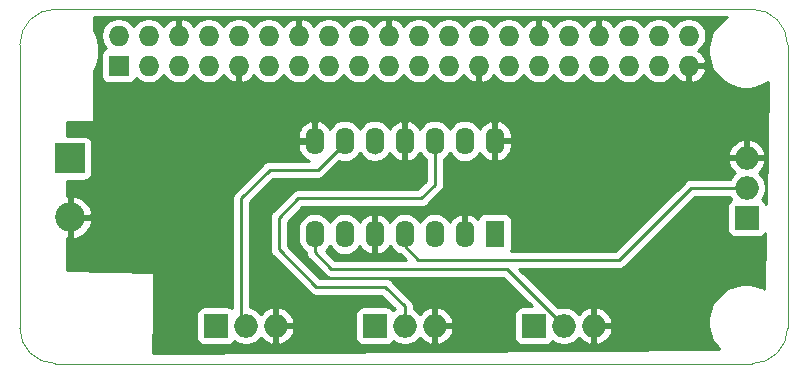
<source format=gbr>
G04 #@! TF.GenerationSoftware,KiCad,Pcbnew,(5.1.6)-1*
G04 #@! TF.CreationDate,2021-06-04T15:22:17-05:00*
G04 #@! TF.ProjectId,GlimmrBoard,476c696d-6d72-4426-9f61-72642e6b6963,rev?*
G04 #@! TF.SameCoordinates,Original*
G04 #@! TF.FileFunction,Copper,L1,Top*
G04 #@! TF.FilePolarity,Positive*
%FSLAX46Y46*%
G04 Gerber Fmt 4.6, Leading zero omitted, Abs format (unit mm)*
G04 Created by KiCad (PCBNEW (5.1.6)-1) date 2021-06-04 15:22:17*
%MOMM*%
%LPD*%
G01*
G04 APERTURE LIST*
G04 #@! TA.AperFunction,Profile*
%ADD10C,0.100000*%
G04 #@! TD*
G04 #@! TA.AperFunction,ComponentPad*
%ADD11R,1.600000X2.300000*%
G04 #@! TD*
G04 #@! TA.AperFunction,ComponentPad*
%ADD12O,1.600000X2.300000*%
G04 #@! TD*
G04 #@! TA.AperFunction,ComponentPad*
%ADD13O,1.998980X1.998980*%
G04 #@! TD*
G04 #@! TA.AperFunction,ComponentPad*
%ADD14R,1.998980X1.998980*%
G04 #@! TD*
G04 #@! TA.AperFunction,ComponentPad*
%ADD15R,2.500000X2.500000*%
G04 #@! TD*
G04 #@! TA.AperFunction,ComponentPad*
%ADD16O,2.500000X2.500000*%
G04 #@! TD*
G04 #@! TA.AperFunction,ComponentPad*
%ADD17R,1.727200X1.727200*%
G04 #@! TD*
G04 #@! TA.AperFunction,ComponentPad*
%ADD18O,1.727200X1.727200*%
G04 #@! TD*
G04 #@! TA.AperFunction,Conductor*
%ADD19C,0.250000*%
G04 #@! TD*
G04 #@! TA.AperFunction,Conductor*
%ADD20C,0.254000*%
G04 #@! TD*
G04 APERTURE END LIST*
D10*
X77500000Y-51500000D02*
X77500000Y-27500000D01*
X12500000Y-51500000D02*
X12500000Y-27500000D01*
X77500000Y-27500000D02*
G75*
G03*
X74500000Y-24500000I-3000000J0D01*
G01*
X15500000Y-24500000D02*
X74500000Y-24500000D01*
X15500000Y-24500000D02*
G75*
G03*
X12500000Y-27500000I0J-3000000D01*
G01*
X74500000Y-54500000D02*
G75*
G03*
X77500000Y-51500000I0J3000000D01*
G01*
X12500000Y-51500000D02*
G75*
G03*
X15500000Y-54500000I3000000J0D01*
G01*
X15500000Y-54500000D02*
X74500000Y-54500000D01*
D11*
X52705000Y-43525440D03*
D12*
X50165000Y-43525440D03*
X47625000Y-43525440D03*
X45085000Y-43525440D03*
X42545000Y-43525440D03*
X40005000Y-43525440D03*
X37465000Y-43525440D03*
X37470080Y-35633660D03*
X40010080Y-35633660D03*
X42550080Y-35633660D03*
X45090080Y-35633660D03*
X47630080Y-35633660D03*
X50170080Y-35633660D03*
X52710080Y-35633660D03*
D13*
X74041000Y-37084000D03*
X74041000Y-39624000D03*
D14*
X74041000Y-42164000D03*
D13*
X61087000Y-51308000D03*
X58547000Y-51308000D03*
D14*
X56007000Y-51308000D03*
D13*
X47625000Y-51308000D03*
X45085000Y-51308000D03*
D14*
X42545000Y-51308000D03*
X29083000Y-51308000D03*
D13*
X31623000Y-51308000D03*
X34163000Y-51308000D03*
D15*
X16764000Y-37124000D03*
D16*
X16764000Y-42124000D03*
D17*
X20870000Y-29270000D03*
D18*
X20870000Y-26730000D03*
X23410000Y-29270000D03*
X23410000Y-26730000D03*
X25950000Y-29270000D03*
X25950000Y-26730000D03*
X28490000Y-29270000D03*
X28490000Y-26730000D03*
X31030000Y-29270000D03*
X31030000Y-26730000D03*
X33570000Y-29270000D03*
X33570000Y-26730000D03*
X36110000Y-29270000D03*
X36110000Y-26730000D03*
X38650000Y-29270000D03*
X38650000Y-26730000D03*
X41190000Y-29270000D03*
X41190000Y-26730000D03*
X43730000Y-29270000D03*
X43730000Y-26730000D03*
X46270000Y-29270000D03*
X46270000Y-26730000D03*
X48810000Y-29270000D03*
X48810000Y-26730000D03*
X51350000Y-29270000D03*
X51350000Y-26730000D03*
X53890000Y-29270000D03*
X53890000Y-26730000D03*
X56430000Y-29270000D03*
X56430000Y-26730000D03*
X58970000Y-29270000D03*
X58970000Y-26730000D03*
X61510000Y-29270000D03*
X61510000Y-26730000D03*
X64050000Y-29270000D03*
X64050000Y-26730000D03*
X66590000Y-29270000D03*
X66590000Y-26730000D03*
X69130000Y-29270000D03*
X69130000Y-26730000D03*
D19*
X45085000Y-51308000D02*
X45085000Y-49657000D01*
X45085000Y-49657000D02*
X43434000Y-48006000D01*
X37592000Y-48006000D02*
X41529000Y-48006000D01*
X43434000Y-48006000D02*
X41529000Y-48006000D01*
X41529000Y-48006000D02*
X41783000Y-48006000D01*
X47625000Y-39116000D02*
X47625000Y-39370000D01*
X47625000Y-39116000D02*
X47625000Y-39243000D01*
X47625000Y-35814000D02*
X47625000Y-39116000D01*
X47625000Y-39370000D02*
X46482000Y-40513000D01*
X46482000Y-40513000D02*
X36068000Y-40513000D01*
X36068000Y-40513000D02*
X34417000Y-42164000D01*
X34417000Y-44831000D02*
X37592000Y-48006000D01*
X34417000Y-42164000D02*
X34417000Y-44831000D01*
X18700400Y-41449000D02*
X19264000Y-41449000D01*
X37465000Y-35814000D02*
X34163000Y-35814000D01*
X42545000Y-35814000D02*
X42545000Y-36703000D01*
X37465000Y-43434000D02*
X37465000Y-45085000D01*
X37465000Y-45085000D02*
X38862000Y-46482000D01*
X53721000Y-46482000D02*
X58547000Y-51308000D01*
X38862000Y-46482000D02*
X53721000Y-46482000D01*
X40005000Y-35814000D02*
X37719000Y-38100000D01*
X37719000Y-38100000D02*
X33655000Y-38100000D01*
X33655000Y-38100000D02*
X31242000Y-40513000D01*
X31242000Y-40513000D02*
X31242000Y-51308000D01*
X45085000Y-43434000D02*
X45085000Y-44577000D01*
X45085000Y-44577000D02*
X46228000Y-45720000D01*
X46228000Y-45720000D02*
X63246000Y-45720000D01*
X69342000Y-39624000D02*
X74041000Y-39624000D01*
X63246000Y-45720000D02*
X69342000Y-39624000D01*
D20*
G36*
X71942907Y-25493425D02*
G01*
X71493425Y-25942907D01*
X71140270Y-26471442D01*
X70897012Y-27058719D01*
X70773000Y-27682168D01*
X70773000Y-28317832D01*
X70897012Y-28941281D01*
X71140270Y-29528558D01*
X71493425Y-30057093D01*
X71942907Y-30506575D01*
X72471442Y-30859730D01*
X73058719Y-31102988D01*
X73682168Y-31227000D01*
X74317832Y-31227000D01*
X74941281Y-31102988D01*
X75528558Y-30859730D01*
X75817088Y-30666941D01*
X75656733Y-41008482D01*
X75629992Y-40920330D01*
X75571027Y-40810016D01*
X75491675Y-40713325D01*
X75394984Y-40633973D01*
X75348533Y-40609144D01*
X75489467Y-40398222D01*
X75612678Y-40100763D01*
X75675490Y-39784983D01*
X75675490Y-39463017D01*
X75612678Y-39147237D01*
X75489467Y-38849778D01*
X75310592Y-38582073D01*
X75082927Y-38354408D01*
X75069546Y-38345467D01*
X75151409Y-38283401D01*
X75364064Y-38043725D01*
X75525875Y-37767167D01*
X75630623Y-37464355D01*
X75511803Y-37211000D01*
X74168000Y-37211000D01*
X74168000Y-37231000D01*
X73914000Y-37231000D01*
X73914000Y-37211000D01*
X72570197Y-37211000D01*
X72451377Y-37464355D01*
X72556125Y-37767167D01*
X72717936Y-38043725D01*
X72930591Y-38283401D01*
X73012454Y-38345467D01*
X72999073Y-38354408D01*
X72771408Y-38582073D01*
X72592533Y-38849778D01*
X72586642Y-38864000D01*
X69379323Y-38864000D01*
X69342000Y-38860324D01*
X69304677Y-38864000D01*
X69304667Y-38864000D01*
X69193014Y-38874997D01*
X69049753Y-38918454D01*
X68917723Y-38989026D01*
X68889642Y-39012072D01*
X68801999Y-39083999D01*
X68778201Y-39112997D01*
X62931199Y-44960000D01*
X54072918Y-44960000D01*
X54094502Y-44919620D01*
X54130812Y-44799922D01*
X54143072Y-44675440D01*
X54143072Y-42375440D01*
X54130812Y-42250958D01*
X54094502Y-42131260D01*
X54035537Y-42020946D01*
X53956185Y-41924255D01*
X53859494Y-41844903D01*
X53749180Y-41785938D01*
X53629482Y-41749628D01*
X53505000Y-41737368D01*
X51905000Y-41737368D01*
X51780518Y-41749628D01*
X51660820Y-41785938D01*
X51550506Y-41844903D01*
X51453815Y-41924255D01*
X51374463Y-42020946D01*
X51315498Y-42131260D01*
X51279188Y-42250958D01*
X51278019Y-42262827D01*
X51089895Y-42070940D01*
X50856646Y-41911725D01*
X50596818Y-41801073D01*
X50514039Y-41783536D01*
X50292000Y-41905525D01*
X50292000Y-43398440D01*
X50312000Y-43398440D01*
X50312000Y-43652440D01*
X50292000Y-43652440D01*
X50292000Y-43672440D01*
X50038000Y-43672440D01*
X50038000Y-43652440D01*
X50018000Y-43652440D01*
X50018000Y-43398440D01*
X50038000Y-43398440D01*
X50038000Y-41905525D01*
X49815961Y-41783536D01*
X49733182Y-41801073D01*
X49473354Y-41911725D01*
X49240105Y-42070940D01*
X49042399Y-42272601D01*
X48892265Y-42502181D01*
X48823932Y-42374339D01*
X48644608Y-42155832D01*
X48426101Y-41976508D01*
X48176808Y-41843258D01*
X47906309Y-41761204D01*
X47625000Y-41733497D01*
X47343692Y-41761204D01*
X47073193Y-41843258D01*
X46823900Y-41976508D01*
X46605393Y-42155832D01*
X46426068Y-42374339D01*
X46355000Y-42507298D01*
X46283932Y-42374339D01*
X46104608Y-42155832D01*
X45886101Y-41976508D01*
X45636808Y-41843258D01*
X45366309Y-41761204D01*
X45085000Y-41733497D01*
X44803692Y-41761204D01*
X44533193Y-41843258D01*
X44283900Y-41976508D01*
X44065393Y-42155832D01*
X43886068Y-42374339D01*
X43817735Y-42502181D01*
X43667601Y-42272601D01*
X43469895Y-42070940D01*
X43236646Y-41911725D01*
X42976818Y-41801073D01*
X42894039Y-41783536D01*
X42672000Y-41905525D01*
X42672000Y-43398440D01*
X42692000Y-43398440D01*
X42692000Y-43652440D01*
X42672000Y-43652440D01*
X42672000Y-45145355D01*
X42894039Y-45267344D01*
X42976818Y-45249807D01*
X43236646Y-45139155D01*
X43469895Y-44979940D01*
X43667601Y-44778279D01*
X43817735Y-44548698D01*
X43886068Y-44676540D01*
X44065392Y-44895047D01*
X44283899Y-45074372D01*
X44533192Y-45207622D01*
X44687685Y-45254486D01*
X45155198Y-45722000D01*
X39176802Y-45722000D01*
X38410592Y-44955791D01*
X38484607Y-44895048D01*
X38663932Y-44676541D01*
X38735000Y-44543582D01*
X38806068Y-44676540D01*
X38985392Y-44895047D01*
X39203899Y-45074372D01*
X39453192Y-45207622D01*
X39723691Y-45289676D01*
X40005000Y-45317383D01*
X40286308Y-45289676D01*
X40556807Y-45207622D01*
X40806100Y-45074372D01*
X41024607Y-44895048D01*
X41203932Y-44676541D01*
X41272265Y-44548699D01*
X41422399Y-44778279D01*
X41620105Y-44979940D01*
X41853354Y-45139155D01*
X42113182Y-45249807D01*
X42195961Y-45267344D01*
X42418000Y-45145355D01*
X42418000Y-43652440D01*
X42398000Y-43652440D01*
X42398000Y-43398440D01*
X42418000Y-43398440D01*
X42418000Y-41905525D01*
X42195961Y-41783536D01*
X42113182Y-41801073D01*
X41853354Y-41911725D01*
X41620105Y-42070940D01*
X41422399Y-42272601D01*
X41272265Y-42502181D01*
X41203932Y-42374339D01*
X41024608Y-42155832D01*
X40806101Y-41976508D01*
X40556808Y-41843258D01*
X40286309Y-41761204D01*
X40005000Y-41733497D01*
X39723692Y-41761204D01*
X39453193Y-41843258D01*
X39203900Y-41976508D01*
X38985393Y-42155832D01*
X38806068Y-42374339D01*
X38735000Y-42507298D01*
X38663932Y-42374339D01*
X38484608Y-42155832D01*
X38266101Y-41976508D01*
X38016808Y-41843258D01*
X37746309Y-41761204D01*
X37465000Y-41733497D01*
X37183692Y-41761204D01*
X36913193Y-41843258D01*
X36663900Y-41976508D01*
X36445393Y-42155832D01*
X36266068Y-42374339D01*
X36132818Y-42623632D01*
X36050764Y-42894131D01*
X36030000Y-43104948D01*
X36030000Y-43945931D01*
X36050764Y-44156748D01*
X36132818Y-44427247D01*
X36266068Y-44676540D01*
X36445392Y-44895047D01*
X36663899Y-45074372D01*
X36702299Y-45094897D01*
X36705001Y-45122333D01*
X36707269Y-45145355D01*
X36715998Y-45233985D01*
X36759454Y-45377246D01*
X36830026Y-45509276D01*
X36888071Y-45580003D01*
X36925000Y-45625001D01*
X36953998Y-45648799D01*
X38298200Y-46993002D01*
X38321999Y-47022001D01*
X38437724Y-47116974D01*
X38569753Y-47187546D01*
X38713014Y-47231003D01*
X38824667Y-47242000D01*
X38824676Y-47242000D01*
X38861999Y-47245676D01*
X38899322Y-47242000D01*
X53406199Y-47242000D01*
X55834636Y-49670438D01*
X55007510Y-49670438D01*
X54883028Y-49682698D01*
X54763330Y-49719008D01*
X54653016Y-49777973D01*
X54556325Y-49857325D01*
X54476973Y-49954016D01*
X54418008Y-50064330D01*
X54381698Y-50184028D01*
X54369438Y-50308510D01*
X54369438Y-52307490D01*
X54381698Y-52431972D01*
X54418008Y-52551670D01*
X54476973Y-52661984D01*
X54556325Y-52758675D01*
X54653016Y-52838027D01*
X54763330Y-52896992D01*
X54883028Y-52933302D01*
X55007510Y-52945562D01*
X57006490Y-52945562D01*
X57130972Y-52933302D01*
X57250670Y-52896992D01*
X57360984Y-52838027D01*
X57457675Y-52758675D01*
X57537027Y-52661984D01*
X57561856Y-52615533D01*
X57772778Y-52756467D01*
X58070237Y-52879678D01*
X58386017Y-52942490D01*
X58707983Y-52942490D01*
X59023763Y-52879678D01*
X59321222Y-52756467D01*
X59588927Y-52577592D01*
X59816592Y-52349927D01*
X59825533Y-52336546D01*
X59887599Y-52418409D01*
X60127275Y-52631064D01*
X60403833Y-52792875D01*
X60706645Y-52897623D01*
X60960000Y-52778803D01*
X60960000Y-51435000D01*
X61214000Y-51435000D01*
X61214000Y-52778803D01*
X61467355Y-52897623D01*
X61770167Y-52792875D01*
X62046725Y-52631064D01*
X62286401Y-52418409D01*
X62479985Y-52163081D01*
X62620037Y-51874893D01*
X62676619Y-51688354D01*
X62557265Y-51435000D01*
X61214000Y-51435000D01*
X60960000Y-51435000D01*
X60940000Y-51435000D01*
X60940000Y-51181000D01*
X60960000Y-51181000D01*
X60960000Y-49837197D01*
X61214000Y-49837197D01*
X61214000Y-51181000D01*
X62557265Y-51181000D01*
X62676619Y-50927646D01*
X62620037Y-50741107D01*
X62479985Y-50452919D01*
X62286401Y-50197591D01*
X62046725Y-49984936D01*
X61770167Y-49823125D01*
X61467355Y-49718377D01*
X61214000Y-49837197D01*
X60960000Y-49837197D01*
X60706645Y-49718377D01*
X60403833Y-49823125D01*
X60127275Y-49984936D01*
X59887599Y-50197591D01*
X59825533Y-50279454D01*
X59816592Y-50266073D01*
X59588927Y-50038408D01*
X59321222Y-49859533D01*
X59023763Y-49736322D01*
X58707983Y-49673510D01*
X58386017Y-49673510D01*
X58070237Y-49736322D01*
X58056015Y-49742213D01*
X54793801Y-46480000D01*
X63208678Y-46480000D01*
X63246000Y-46483676D01*
X63283322Y-46480000D01*
X63283333Y-46480000D01*
X63394986Y-46469003D01*
X63538247Y-46425546D01*
X63670276Y-46354974D01*
X63786001Y-46260001D01*
X63809804Y-46230997D01*
X69656802Y-40384000D01*
X72586642Y-40384000D01*
X72592533Y-40398222D01*
X72733467Y-40609144D01*
X72687016Y-40633973D01*
X72590325Y-40713325D01*
X72510973Y-40810016D01*
X72452008Y-40920330D01*
X72415698Y-41040028D01*
X72403438Y-41164510D01*
X72403438Y-43163490D01*
X72415698Y-43287972D01*
X72452008Y-43407670D01*
X72510973Y-43517984D01*
X72590325Y-43614675D01*
X72687016Y-43694027D01*
X72797330Y-43752992D01*
X72917028Y-43789302D01*
X73041510Y-43801562D01*
X75040490Y-43801562D01*
X75164972Y-43789302D01*
X75284670Y-43752992D01*
X75394984Y-43694027D01*
X75491675Y-43614675D01*
X75571027Y-43517984D01*
X75619218Y-43427826D01*
X75545967Y-48151902D01*
X75528558Y-48140270D01*
X74941281Y-47897012D01*
X74317832Y-47773000D01*
X73682168Y-47773000D01*
X73058719Y-47897012D01*
X72471442Y-48140270D01*
X71942907Y-48493425D01*
X71493425Y-48942907D01*
X71140270Y-49471442D01*
X70897012Y-50058719D01*
X70773000Y-50682168D01*
X70773000Y-51317832D01*
X70897012Y-51941281D01*
X71140270Y-52528558D01*
X71493425Y-53057093D01*
X71665854Y-53229522D01*
X23774746Y-53624682D01*
X23824411Y-50308510D01*
X27445438Y-50308510D01*
X27445438Y-52307490D01*
X27457698Y-52431972D01*
X27494008Y-52551670D01*
X27552973Y-52661984D01*
X27632325Y-52758675D01*
X27729016Y-52838027D01*
X27839330Y-52896992D01*
X27959028Y-52933302D01*
X28083510Y-52945562D01*
X30082490Y-52945562D01*
X30206972Y-52933302D01*
X30326670Y-52896992D01*
X30436984Y-52838027D01*
X30533675Y-52758675D01*
X30613027Y-52661984D01*
X30637856Y-52615533D01*
X30848778Y-52756467D01*
X31146237Y-52879678D01*
X31462017Y-52942490D01*
X31783983Y-52942490D01*
X32099763Y-52879678D01*
X32397222Y-52756467D01*
X32664927Y-52577592D01*
X32892592Y-52349927D01*
X32901533Y-52336546D01*
X32963599Y-52418409D01*
X33203275Y-52631064D01*
X33479833Y-52792875D01*
X33782645Y-52897623D01*
X34036000Y-52778803D01*
X34036000Y-51435000D01*
X34290000Y-51435000D01*
X34290000Y-52778803D01*
X34543355Y-52897623D01*
X34846167Y-52792875D01*
X35122725Y-52631064D01*
X35362401Y-52418409D01*
X35555985Y-52163081D01*
X35696037Y-51874893D01*
X35752619Y-51688354D01*
X35633265Y-51435000D01*
X34290000Y-51435000D01*
X34036000Y-51435000D01*
X34016000Y-51435000D01*
X34016000Y-51181000D01*
X34036000Y-51181000D01*
X34036000Y-49837197D01*
X34290000Y-49837197D01*
X34290000Y-51181000D01*
X35633265Y-51181000D01*
X35752619Y-50927646D01*
X35696037Y-50741107D01*
X35555985Y-50452919D01*
X35362401Y-50197591D01*
X35122725Y-49984936D01*
X34846167Y-49823125D01*
X34543355Y-49718377D01*
X34290000Y-49837197D01*
X34036000Y-49837197D01*
X33782645Y-49718377D01*
X33479833Y-49823125D01*
X33203275Y-49984936D01*
X32963599Y-50197591D01*
X32901533Y-50279454D01*
X32892592Y-50266073D01*
X32664927Y-50038408D01*
X32397222Y-49859533D01*
X32099763Y-49736322D01*
X32002000Y-49716876D01*
X32002000Y-42164000D01*
X33653324Y-42164000D01*
X33657000Y-42201323D01*
X33657001Y-44793668D01*
X33653324Y-44831000D01*
X33657001Y-44868333D01*
X33667994Y-44979940D01*
X33667998Y-44979985D01*
X33711454Y-45123246D01*
X33782026Y-45255276D01*
X33840071Y-45326003D01*
X33877000Y-45371001D01*
X33905998Y-45394799D01*
X37028200Y-48517002D01*
X37051999Y-48546001D01*
X37080997Y-48569799D01*
X37167723Y-48640974D01*
X37299753Y-48711546D01*
X37443014Y-48755003D01*
X37554667Y-48766000D01*
X37554676Y-48766000D01*
X37591999Y-48769676D01*
X37629322Y-48766000D01*
X43119199Y-48766000D01*
X44252003Y-49898805D01*
X44099856Y-50000467D01*
X44075027Y-49954016D01*
X43995675Y-49857325D01*
X43898984Y-49777973D01*
X43788670Y-49719008D01*
X43668972Y-49682698D01*
X43544490Y-49670438D01*
X41545510Y-49670438D01*
X41421028Y-49682698D01*
X41301330Y-49719008D01*
X41191016Y-49777973D01*
X41094325Y-49857325D01*
X41014973Y-49954016D01*
X40956008Y-50064330D01*
X40919698Y-50184028D01*
X40907438Y-50308510D01*
X40907438Y-52307490D01*
X40919698Y-52431972D01*
X40956008Y-52551670D01*
X41014973Y-52661984D01*
X41094325Y-52758675D01*
X41191016Y-52838027D01*
X41301330Y-52896992D01*
X41421028Y-52933302D01*
X41545510Y-52945562D01*
X43544490Y-52945562D01*
X43668972Y-52933302D01*
X43788670Y-52896992D01*
X43898984Y-52838027D01*
X43995675Y-52758675D01*
X44075027Y-52661984D01*
X44099856Y-52615533D01*
X44310778Y-52756467D01*
X44608237Y-52879678D01*
X44924017Y-52942490D01*
X45245983Y-52942490D01*
X45561763Y-52879678D01*
X45859222Y-52756467D01*
X46126927Y-52577592D01*
X46354592Y-52349927D01*
X46363533Y-52336546D01*
X46425599Y-52418409D01*
X46665275Y-52631064D01*
X46941833Y-52792875D01*
X47244645Y-52897623D01*
X47498000Y-52778803D01*
X47498000Y-51435000D01*
X47752000Y-51435000D01*
X47752000Y-52778803D01*
X48005355Y-52897623D01*
X48308167Y-52792875D01*
X48584725Y-52631064D01*
X48824401Y-52418409D01*
X49017985Y-52163081D01*
X49158037Y-51874893D01*
X49214619Y-51688354D01*
X49095265Y-51435000D01*
X47752000Y-51435000D01*
X47498000Y-51435000D01*
X47478000Y-51435000D01*
X47478000Y-51181000D01*
X47498000Y-51181000D01*
X47498000Y-49837197D01*
X47752000Y-49837197D01*
X47752000Y-51181000D01*
X49095265Y-51181000D01*
X49214619Y-50927646D01*
X49158037Y-50741107D01*
X49017985Y-50452919D01*
X48824401Y-50197591D01*
X48584725Y-49984936D01*
X48308167Y-49823125D01*
X48005355Y-49718377D01*
X47752000Y-49837197D01*
X47498000Y-49837197D01*
X47244645Y-49718377D01*
X46941833Y-49823125D01*
X46665275Y-49984936D01*
X46425599Y-50197591D01*
X46363533Y-50279454D01*
X46354592Y-50266073D01*
X46126927Y-50038408D01*
X45859222Y-49859533D01*
X45845000Y-49853642D01*
X45845000Y-49694333D01*
X45848677Y-49657000D01*
X45834003Y-49508014D01*
X45790546Y-49364753D01*
X45719974Y-49232724D01*
X45648799Y-49145997D01*
X45625001Y-49116999D01*
X45596003Y-49093201D01*
X43997804Y-47495003D01*
X43974001Y-47465999D01*
X43858276Y-47371026D01*
X43726247Y-47300454D01*
X43582986Y-47256997D01*
X43471333Y-47246000D01*
X43471322Y-47246000D01*
X43434000Y-47242324D01*
X43396678Y-47246000D01*
X37906802Y-47246000D01*
X35177000Y-44516199D01*
X35177000Y-42478801D01*
X36382802Y-41273000D01*
X46444678Y-41273000D01*
X46482000Y-41276676D01*
X46519322Y-41273000D01*
X46519333Y-41273000D01*
X46630986Y-41262003D01*
X46774247Y-41218546D01*
X46906276Y-41147974D01*
X47022001Y-41053001D01*
X47045804Y-41023998D01*
X48136003Y-39933799D01*
X48165001Y-39910001D01*
X48201930Y-39865003D01*
X48259974Y-39794277D01*
X48330546Y-39662247D01*
X48342148Y-39624000D01*
X48374003Y-39518985D01*
X48385000Y-39407332D01*
X48385000Y-39407324D01*
X48388676Y-39370001D01*
X48385000Y-39332678D01*
X48385000Y-37207276D01*
X48431180Y-37182592D01*
X48649687Y-37003268D01*
X48829012Y-36784761D01*
X48900080Y-36651802D01*
X48971148Y-36784760D01*
X49150472Y-37003267D01*
X49368979Y-37182592D01*
X49618272Y-37315842D01*
X49888771Y-37397896D01*
X50170080Y-37425603D01*
X50451388Y-37397896D01*
X50721887Y-37315842D01*
X50971180Y-37182592D01*
X51189687Y-37003268D01*
X51369012Y-36784761D01*
X51437345Y-36656919D01*
X51587479Y-36886499D01*
X51785185Y-37088160D01*
X52018434Y-37247375D01*
X52278262Y-37358027D01*
X52361041Y-37375564D01*
X52583080Y-37253575D01*
X52583080Y-35760660D01*
X52837080Y-35760660D01*
X52837080Y-37253575D01*
X53059119Y-37375564D01*
X53141898Y-37358027D01*
X53401726Y-37247375D01*
X53634975Y-37088160D01*
X53832681Y-36886499D01*
X53952258Y-36703645D01*
X72451377Y-36703645D01*
X72570197Y-36957000D01*
X73914000Y-36957000D01*
X73914000Y-35613735D01*
X74168000Y-35613735D01*
X74168000Y-36957000D01*
X75511803Y-36957000D01*
X75630623Y-36703645D01*
X75525875Y-36400833D01*
X75364064Y-36124275D01*
X75151409Y-35884599D01*
X74896081Y-35691015D01*
X74607893Y-35550963D01*
X74421354Y-35494381D01*
X74168000Y-35613735D01*
X73914000Y-35613735D01*
X73660646Y-35494381D01*
X73474107Y-35550963D01*
X73185919Y-35691015D01*
X72930591Y-35884599D01*
X72717936Y-36124275D01*
X72556125Y-36400833D01*
X72451377Y-36703645D01*
X53952258Y-36703645D01*
X53987246Y-36650143D01*
X54092730Y-36388174D01*
X54145080Y-36110660D01*
X54145080Y-35760660D01*
X52837080Y-35760660D01*
X52583080Y-35760660D01*
X52563080Y-35760660D01*
X52563080Y-35506660D01*
X52583080Y-35506660D01*
X52583080Y-34013745D01*
X52837080Y-34013745D01*
X52837080Y-35506660D01*
X54145080Y-35506660D01*
X54145080Y-35156660D01*
X54092730Y-34879146D01*
X53987246Y-34617177D01*
X53832681Y-34380821D01*
X53634975Y-34179160D01*
X53401726Y-34019945D01*
X53141898Y-33909293D01*
X53059119Y-33891756D01*
X52837080Y-34013745D01*
X52583080Y-34013745D01*
X52361041Y-33891756D01*
X52278262Y-33909293D01*
X52018434Y-34019945D01*
X51785185Y-34179160D01*
X51587479Y-34380821D01*
X51437345Y-34610401D01*
X51369012Y-34482559D01*
X51189688Y-34264052D01*
X50971181Y-34084728D01*
X50721888Y-33951478D01*
X50451389Y-33869424D01*
X50170080Y-33841717D01*
X49888772Y-33869424D01*
X49618273Y-33951478D01*
X49368980Y-34084728D01*
X49150473Y-34264052D01*
X48971148Y-34482559D01*
X48900080Y-34615518D01*
X48829012Y-34482559D01*
X48649688Y-34264052D01*
X48431181Y-34084728D01*
X48181888Y-33951478D01*
X47911389Y-33869424D01*
X47630080Y-33841717D01*
X47348772Y-33869424D01*
X47078273Y-33951478D01*
X46828980Y-34084728D01*
X46610473Y-34264052D01*
X46431148Y-34482559D01*
X46362815Y-34610401D01*
X46212681Y-34380821D01*
X46014975Y-34179160D01*
X45781726Y-34019945D01*
X45521898Y-33909293D01*
X45439119Y-33891756D01*
X45217080Y-34013745D01*
X45217080Y-35506660D01*
X45237080Y-35506660D01*
X45237080Y-35760660D01*
X45217080Y-35760660D01*
X45217080Y-37253575D01*
X45439119Y-37375564D01*
X45521898Y-37358027D01*
X45781726Y-37247375D01*
X46014975Y-37088160D01*
X46212681Y-36886499D01*
X46362815Y-36656918D01*
X46431148Y-36784760D01*
X46610472Y-37003267D01*
X46828979Y-37182592D01*
X46865000Y-37201846D01*
X46865001Y-39055197D01*
X46167199Y-39753000D01*
X36105333Y-39753000D01*
X36068000Y-39749323D01*
X36030667Y-39753000D01*
X35919014Y-39763997D01*
X35775753Y-39807454D01*
X35643724Y-39878026D01*
X35527999Y-39972999D01*
X35504201Y-40001997D01*
X33906003Y-41600196D01*
X33876999Y-41623999D01*
X33821871Y-41691174D01*
X33782026Y-41739724D01*
X33770545Y-41761204D01*
X33711454Y-41871754D01*
X33667997Y-42015015D01*
X33657000Y-42126668D01*
X33657000Y-42126678D01*
X33653324Y-42164000D01*
X32002000Y-42164000D01*
X32002000Y-40827801D01*
X33969802Y-38860000D01*
X37681678Y-38860000D01*
X37719000Y-38863676D01*
X37756322Y-38860000D01*
X37756333Y-38860000D01*
X37867986Y-38849003D01*
X38011247Y-38805546D01*
X38143276Y-38734974D01*
X38259001Y-38640001D01*
X38282804Y-38610997D01*
X39550103Y-37343698D01*
X39728771Y-37397896D01*
X40010080Y-37425603D01*
X40291388Y-37397896D01*
X40561887Y-37315842D01*
X40811180Y-37182592D01*
X41029687Y-37003268D01*
X41209012Y-36784761D01*
X41280080Y-36651802D01*
X41351148Y-36784760D01*
X41530472Y-37003267D01*
X41748979Y-37182592D01*
X41998272Y-37315842D01*
X42185668Y-37372687D01*
X42252754Y-37408546D01*
X42396015Y-37452003D01*
X42545000Y-37466677D01*
X42693986Y-37452003D01*
X42837247Y-37408546D01*
X42891004Y-37379812D01*
X43101887Y-37315842D01*
X43351180Y-37182592D01*
X43569687Y-37003268D01*
X43749012Y-36784761D01*
X43817345Y-36656919D01*
X43967479Y-36886499D01*
X44165185Y-37088160D01*
X44398434Y-37247375D01*
X44658262Y-37358027D01*
X44741041Y-37375564D01*
X44963080Y-37253575D01*
X44963080Y-35760660D01*
X44943080Y-35760660D01*
X44943080Y-35506660D01*
X44963080Y-35506660D01*
X44963080Y-34013745D01*
X44741041Y-33891756D01*
X44658262Y-33909293D01*
X44398434Y-34019945D01*
X44165185Y-34179160D01*
X43967479Y-34380821D01*
X43817345Y-34610401D01*
X43749012Y-34482559D01*
X43569688Y-34264052D01*
X43351181Y-34084728D01*
X43101888Y-33951478D01*
X42831389Y-33869424D01*
X42550080Y-33841717D01*
X42268772Y-33869424D01*
X41998273Y-33951478D01*
X41748980Y-34084728D01*
X41530473Y-34264052D01*
X41351148Y-34482559D01*
X41280080Y-34615518D01*
X41209012Y-34482559D01*
X41029688Y-34264052D01*
X40811181Y-34084728D01*
X40561888Y-33951478D01*
X40291389Y-33869424D01*
X40010080Y-33841717D01*
X39728772Y-33869424D01*
X39458273Y-33951478D01*
X39208980Y-34084728D01*
X38990473Y-34264052D01*
X38811148Y-34482559D01*
X38742815Y-34610401D01*
X38592681Y-34380821D01*
X38394975Y-34179160D01*
X38161726Y-34019945D01*
X37901898Y-33909293D01*
X37819119Y-33891756D01*
X37597080Y-34013745D01*
X37597080Y-35506660D01*
X37617080Y-35506660D01*
X37617080Y-35760660D01*
X37597080Y-35760660D01*
X37597080Y-35780660D01*
X37343080Y-35780660D01*
X37343080Y-35760660D01*
X36035080Y-35760660D01*
X36035080Y-36110660D01*
X36087430Y-36388174D01*
X36192914Y-36650143D01*
X36347479Y-36886499D01*
X36545185Y-37088160D01*
X36778434Y-37247375D01*
X36995932Y-37340000D01*
X33692322Y-37340000D01*
X33654999Y-37336324D01*
X33617676Y-37340000D01*
X33617667Y-37340000D01*
X33506014Y-37350997D01*
X33362753Y-37394454D01*
X33230724Y-37465026D01*
X33114999Y-37559999D01*
X33091201Y-37588997D01*
X30731003Y-39949196D01*
X30701999Y-39972999D01*
X30646871Y-40040174D01*
X30607026Y-40088724D01*
X30536455Y-40220753D01*
X30536454Y-40220754D01*
X30492997Y-40364015D01*
X30482000Y-40475668D01*
X30482000Y-40475678D01*
X30478324Y-40513000D01*
X30482000Y-40550322D01*
X30482001Y-49814917D01*
X30436984Y-49777973D01*
X30326670Y-49719008D01*
X30206972Y-49682698D01*
X30082490Y-49670438D01*
X28083510Y-49670438D01*
X27959028Y-49682698D01*
X27839330Y-49719008D01*
X27729016Y-49777973D01*
X27632325Y-49857325D01*
X27552973Y-49954016D01*
X27494008Y-50064330D01*
X27457698Y-50184028D01*
X27445438Y-50308510D01*
X23824411Y-50308510D01*
X23875986Y-46864902D01*
X23873917Y-46840092D01*
X23867047Y-46816162D01*
X23855641Y-46794032D01*
X23840137Y-46774552D01*
X23821131Y-46758472D01*
X23799352Y-46746408D01*
X23775639Y-46738825D01*
X23751189Y-46736019D01*
X16510000Y-46611171D01*
X16510000Y-43895966D01*
X16637000Y-43845572D01*
X16637000Y-42251000D01*
X16891000Y-42251000D01*
X16891000Y-43845572D01*
X17183645Y-43961695D01*
X17436048Y-43885133D01*
X17766715Y-43720183D01*
X18058848Y-43493893D01*
X18301221Y-43214959D01*
X18484519Y-42894100D01*
X18601699Y-42543646D01*
X18485971Y-42251000D01*
X16891000Y-42251000D01*
X16637000Y-42251000D01*
X16617000Y-42251000D01*
X16617000Y-41997000D01*
X16637000Y-41997000D01*
X16637000Y-40402428D01*
X16891000Y-40402428D01*
X16891000Y-41997000D01*
X18485971Y-41997000D01*
X18601699Y-41704354D01*
X18484519Y-41353900D01*
X18301221Y-41033041D01*
X18058848Y-40754107D01*
X17766715Y-40527817D01*
X17436048Y-40362867D01*
X17183645Y-40286305D01*
X16891000Y-40402428D01*
X16637000Y-40402428D01*
X16510000Y-40352034D01*
X16510000Y-39012072D01*
X18014000Y-39012072D01*
X18138482Y-38999812D01*
X18258180Y-38963502D01*
X18368494Y-38904537D01*
X18465185Y-38825185D01*
X18544537Y-38728494D01*
X18603502Y-38618180D01*
X18639812Y-38498482D01*
X18652072Y-38374000D01*
X18652072Y-35874000D01*
X18639812Y-35749518D01*
X18603502Y-35629820D01*
X18544537Y-35519506D01*
X18465185Y-35422815D01*
X18368494Y-35343463D01*
X18258180Y-35284498D01*
X18138482Y-35248188D01*
X18014000Y-35235928D01*
X16510000Y-35235928D01*
X16510000Y-35156660D01*
X36035080Y-35156660D01*
X36035080Y-35506660D01*
X37343080Y-35506660D01*
X37343080Y-34013745D01*
X37121041Y-33891756D01*
X37038262Y-33909293D01*
X36778434Y-34019945D01*
X36545185Y-34179160D01*
X36347479Y-34380821D01*
X36192914Y-34617177D01*
X36087430Y-34879146D01*
X36035080Y-35156660D01*
X16510000Y-35156660D01*
X16510000Y-34036000D01*
X18669000Y-34036000D01*
X18693776Y-34033560D01*
X18717601Y-34026333D01*
X18739557Y-34014597D01*
X18758803Y-33998803D01*
X18774597Y-33979557D01*
X18786333Y-33957601D01*
X18793560Y-33933776D01*
X18796000Y-33909000D01*
X18796000Y-29623937D01*
X18859730Y-29528558D01*
X19102988Y-28941281D01*
X19209382Y-28406400D01*
X19368328Y-28406400D01*
X19368328Y-30133600D01*
X19380588Y-30258082D01*
X19416898Y-30377780D01*
X19475863Y-30488094D01*
X19555215Y-30584785D01*
X19651906Y-30664137D01*
X19762220Y-30723102D01*
X19881918Y-30759412D01*
X20006400Y-30771672D01*
X21733600Y-30771672D01*
X21858082Y-30759412D01*
X21977780Y-30723102D01*
X22088094Y-30664137D01*
X22184785Y-30584785D01*
X22264137Y-30488094D01*
X22323102Y-30377780D01*
X22340636Y-30319977D01*
X22454698Y-30434039D01*
X22700147Y-30598042D01*
X22972875Y-30711010D01*
X23262401Y-30768600D01*
X23557599Y-30768600D01*
X23847125Y-30711010D01*
X24119853Y-30598042D01*
X24365302Y-30434039D01*
X24574039Y-30225302D01*
X24680000Y-30066719D01*
X24785961Y-30225302D01*
X24994698Y-30434039D01*
X25240147Y-30598042D01*
X25512875Y-30711010D01*
X25802401Y-30768600D01*
X26097599Y-30768600D01*
X26387125Y-30711010D01*
X26659853Y-30598042D01*
X26905302Y-30434039D01*
X27114039Y-30225302D01*
X27220000Y-30066719D01*
X27325961Y-30225302D01*
X27534698Y-30434039D01*
X27780147Y-30598042D01*
X28052875Y-30711010D01*
X28342401Y-30768600D01*
X28637599Y-30768600D01*
X28927125Y-30711010D01*
X29199853Y-30598042D01*
X29445302Y-30434039D01*
X29654039Y-30225302D01*
X29764559Y-30059897D01*
X29823183Y-30158488D01*
X30019707Y-30376854D01*
X30255056Y-30552684D01*
X30520186Y-30679222D01*
X30670974Y-30724958D01*
X30903000Y-30603817D01*
X30903000Y-29397000D01*
X30883000Y-29397000D01*
X30883000Y-29143000D01*
X30903000Y-29143000D01*
X30903000Y-29123000D01*
X31157000Y-29123000D01*
X31157000Y-29143000D01*
X31177000Y-29143000D01*
X31177000Y-29397000D01*
X31157000Y-29397000D01*
X31157000Y-30603817D01*
X31389026Y-30724958D01*
X31539814Y-30679222D01*
X31804944Y-30552684D01*
X32040293Y-30376854D01*
X32236817Y-30158488D01*
X32295441Y-30059897D01*
X32405961Y-30225302D01*
X32614698Y-30434039D01*
X32860147Y-30598042D01*
X33132875Y-30711010D01*
X33422401Y-30768600D01*
X33717599Y-30768600D01*
X34007125Y-30711010D01*
X34279853Y-30598042D01*
X34525302Y-30434039D01*
X34734039Y-30225302D01*
X34840000Y-30066719D01*
X34945961Y-30225302D01*
X35154698Y-30434039D01*
X35400147Y-30598042D01*
X35672875Y-30711010D01*
X35962401Y-30768600D01*
X36257599Y-30768600D01*
X36547125Y-30711010D01*
X36819853Y-30598042D01*
X37065302Y-30434039D01*
X37274039Y-30225302D01*
X37380000Y-30066719D01*
X37485961Y-30225302D01*
X37694698Y-30434039D01*
X37940147Y-30598042D01*
X38212875Y-30711010D01*
X38502401Y-30768600D01*
X38797599Y-30768600D01*
X39087125Y-30711010D01*
X39359853Y-30598042D01*
X39605302Y-30434039D01*
X39814039Y-30225302D01*
X39920000Y-30066719D01*
X40025961Y-30225302D01*
X40234698Y-30434039D01*
X40480147Y-30598042D01*
X40752875Y-30711010D01*
X41042401Y-30768600D01*
X41337599Y-30768600D01*
X41627125Y-30711010D01*
X41899853Y-30598042D01*
X42145302Y-30434039D01*
X42354039Y-30225302D01*
X42460000Y-30066719D01*
X42565961Y-30225302D01*
X42774698Y-30434039D01*
X43020147Y-30598042D01*
X43292875Y-30711010D01*
X43582401Y-30768600D01*
X43877599Y-30768600D01*
X44167125Y-30711010D01*
X44439853Y-30598042D01*
X44685302Y-30434039D01*
X44894039Y-30225302D01*
X45000000Y-30066719D01*
X45105961Y-30225302D01*
X45314698Y-30434039D01*
X45560147Y-30598042D01*
X45832875Y-30711010D01*
X46122401Y-30768600D01*
X46417599Y-30768600D01*
X46707125Y-30711010D01*
X46979853Y-30598042D01*
X47225302Y-30434039D01*
X47434039Y-30225302D01*
X47540000Y-30066719D01*
X47645961Y-30225302D01*
X47854698Y-30434039D01*
X48100147Y-30598042D01*
X48372875Y-30711010D01*
X48662401Y-30768600D01*
X48957599Y-30768600D01*
X49247125Y-30711010D01*
X49519853Y-30598042D01*
X49765302Y-30434039D01*
X49974039Y-30225302D01*
X50084559Y-30059897D01*
X50143183Y-30158488D01*
X50339707Y-30376854D01*
X50575056Y-30552684D01*
X50840186Y-30679222D01*
X50990974Y-30724958D01*
X51223000Y-30603817D01*
X51223000Y-29397000D01*
X51203000Y-29397000D01*
X51203000Y-29143000D01*
X51223000Y-29143000D01*
X51223000Y-29123000D01*
X51477000Y-29123000D01*
X51477000Y-29143000D01*
X51497000Y-29143000D01*
X51497000Y-29397000D01*
X51477000Y-29397000D01*
X51477000Y-30603817D01*
X51709026Y-30724958D01*
X51859814Y-30679222D01*
X52124944Y-30552684D01*
X52360293Y-30376854D01*
X52556817Y-30158488D01*
X52615441Y-30059897D01*
X52725961Y-30225302D01*
X52934698Y-30434039D01*
X53180147Y-30598042D01*
X53452875Y-30711010D01*
X53742401Y-30768600D01*
X54037599Y-30768600D01*
X54327125Y-30711010D01*
X54599853Y-30598042D01*
X54845302Y-30434039D01*
X55054039Y-30225302D01*
X55160000Y-30066719D01*
X55265961Y-30225302D01*
X55474698Y-30434039D01*
X55720147Y-30598042D01*
X55992875Y-30711010D01*
X56282401Y-30768600D01*
X56577599Y-30768600D01*
X56867125Y-30711010D01*
X57139853Y-30598042D01*
X57385302Y-30434039D01*
X57594039Y-30225302D01*
X57700000Y-30066719D01*
X57805961Y-30225302D01*
X58014698Y-30434039D01*
X58260147Y-30598042D01*
X58532875Y-30711010D01*
X58822401Y-30768600D01*
X59117599Y-30768600D01*
X59407125Y-30711010D01*
X59679853Y-30598042D01*
X59925302Y-30434039D01*
X60134039Y-30225302D01*
X60240000Y-30066719D01*
X60345961Y-30225302D01*
X60554698Y-30434039D01*
X60800147Y-30598042D01*
X61072875Y-30711010D01*
X61362401Y-30768600D01*
X61657599Y-30768600D01*
X61947125Y-30711010D01*
X62219853Y-30598042D01*
X62465302Y-30434039D01*
X62674039Y-30225302D01*
X62780000Y-30066719D01*
X62885961Y-30225302D01*
X63094698Y-30434039D01*
X63340147Y-30598042D01*
X63612875Y-30711010D01*
X63902401Y-30768600D01*
X64197599Y-30768600D01*
X64487125Y-30711010D01*
X64759853Y-30598042D01*
X65005302Y-30434039D01*
X65214039Y-30225302D01*
X65320000Y-30066719D01*
X65425961Y-30225302D01*
X65634698Y-30434039D01*
X65880147Y-30598042D01*
X66152875Y-30711010D01*
X66442401Y-30768600D01*
X66737599Y-30768600D01*
X67027125Y-30711010D01*
X67299853Y-30598042D01*
X67545302Y-30434039D01*
X67754039Y-30225302D01*
X67864559Y-30059897D01*
X67923183Y-30158488D01*
X68119707Y-30376854D01*
X68355056Y-30552684D01*
X68620186Y-30679222D01*
X68770974Y-30724958D01*
X69003000Y-30603817D01*
X69003000Y-29397000D01*
X69257000Y-29397000D01*
X69257000Y-30603817D01*
X69489026Y-30724958D01*
X69639814Y-30679222D01*
X69904944Y-30552684D01*
X70140293Y-30376854D01*
X70336817Y-30158488D01*
X70486964Y-29905978D01*
X70584963Y-29629027D01*
X70464464Y-29397000D01*
X69257000Y-29397000D01*
X69003000Y-29397000D01*
X68983000Y-29397000D01*
X68983000Y-29143000D01*
X69003000Y-29143000D01*
X69003000Y-29123000D01*
X69257000Y-29123000D01*
X69257000Y-29143000D01*
X70464464Y-29143000D01*
X70584963Y-28910973D01*
X70486964Y-28634022D01*
X70336817Y-28381512D01*
X70140293Y-28163146D01*
X69924187Y-28001692D01*
X70085302Y-27894039D01*
X70294039Y-27685302D01*
X70458042Y-27439853D01*
X70571010Y-27167125D01*
X70628600Y-26877599D01*
X70628600Y-26582401D01*
X70571010Y-26292875D01*
X70458042Y-26020147D01*
X70294039Y-25774698D01*
X70085302Y-25565961D01*
X69839853Y-25401958D01*
X69567125Y-25288990D01*
X69277599Y-25231400D01*
X68982401Y-25231400D01*
X68692875Y-25288990D01*
X68420147Y-25401958D01*
X68174698Y-25565961D01*
X67965961Y-25774698D01*
X67860000Y-25933281D01*
X67754039Y-25774698D01*
X67545302Y-25565961D01*
X67299853Y-25401958D01*
X67027125Y-25288990D01*
X66737599Y-25231400D01*
X66442401Y-25231400D01*
X66152875Y-25288990D01*
X65880147Y-25401958D01*
X65634698Y-25565961D01*
X65425961Y-25774698D01*
X65320000Y-25933281D01*
X65214039Y-25774698D01*
X65005302Y-25565961D01*
X64759853Y-25401958D01*
X64487125Y-25288990D01*
X64197599Y-25231400D01*
X63902401Y-25231400D01*
X63612875Y-25288990D01*
X63340147Y-25401958D01*
X63094698Y-25565961D01*
X62885961Y-25774698D01*
X62775441Y-25940103D01*
X62716817Y-25841512D01*
X62520293Y-25623146D01*
X62284944Y-25447316D01*
X62019814Y-25320778D01*
X61869026Y-25275042D01*
X61637000Y-25396183D01*
X61637000Y-26603000D01*
X61657000Y-26603000D01*
X61657000Y-26857000D01*
X61637000Y-26857000D01*
X61637000Y-26877000D01*
X61383000Y-26877000D01*
X61383000Y-26857000D01*
X61363000Y-26857000D01*
X61363000Y-26603000D01*
X61383000Y-26603000D01*
X61383000Y-25396183D01*
X61150974Y-25275042D01*
X61000186Y-25320778D01*
X60735056Y-25447316D01*
X60499707Y-25623146D01*
X60303183Y-25841512D01*
X60244559Y-25940103D01*
X60134039Y-25774698D01*
X59925302Y-25565961D01*
X59679853Y-25401958D01*
X59407125Y-25288990D01*
X59117599Y-25231400D01*
X58822401Y-25231400D01*
X58532875Y-25288990D01*
X58260147Y-25401958D01*
X58014698Y-25565961D01*
X57805961Y-25774698D01*
X57695441Y-25940103D01*
X57636817Y-25841512D01*
X57440293Y-25623146D01*
X57204944Y-25447316D01*
X56939814Y-25320778D01*
X56789026Y-25275042D01*
X56557000Y-25396183D01*
X56557000Y-26603000D01*
X56577000Y-26603000D01*
X56577000Y-26857000D01*
X56557000Y-26857000D01*
X56557000Y-26877000D01*
X56303000Y-26877000D01*
X56303000Y-26857000D01*
X56283000Y-26857000D01*
X56283000Y-26603000D01*
X56303000Y-26603000D01*
X56303000Y-25396183D01*
X56070974Y-25275042D01*
X55920186Y-25320778D01*
X55655056Y-25447316D01*
X55419707Y-25623146D01*
X55223183Y-25841512D01*
X55164559Y-25940103D01*
X55054039Y-25774698D01*
X54845302Y-25565961D01*
X54599853Y-25401958D01*
X54327125Y-25288990D01*
X54037599Y-25231400D01*
X53742401Y-25231400D01*
X53452875Y-25288990D01*
X53180147Y-25401958D01*
X52934698Y-25565961D01*
X52725961Y-25774698D01*
X52620000Y-25933281D01*
X52514039Y-25774698D01*
X52305302Y-25565961D01*
X52059853Y-25401958D01*
X51787125Y-25288990D01*
X51497599Y-25231400D01*
X51202401Y-25231400D01*
X50912875Y-25288990D01*
X50640147Y-25401958D01*
X50394698Y-25565961D01*
X50185961Y-25774698D01*
X50080000Y-25933281D01*
X49974039Y-25774698D01*
X49765302Y-25565961D01*
X49519853Y-25401958D01*
X49247125Y-25288990D01*
X48957599Y-25231400D01*
X48662401Y-25231400D01*
X48372875Y-25288990D01*
X48100147Y-25401958D01*
X47854698Y-25565961D01*
X47645961Y-25774698D01*
X47540000Y-25933281D01*
X47434039Y-25774698D01*
X47225302Y-25565961D01*
X46979853Y-25401958D01*
X46707125Y-25288990D01*
X46417599Y-25231400D01*
X46122401Y-25231400D01*
X45832875Y-25288990D01*
X45560147Y-25401958D01*
X45314698Y-25565961D01*
X45105961Y-25774698D01*
X44995441Y-25940103D01*
X44936817Y-25841512D01*
X44740293Y-25623146D01*
X44504944Y-25447316D01*
X44239814Y-25320778D01*
X44089026Y-25275042D01*
X43857000Y-25396183D01*
X43857000Y-26603000D01*
X43877000Y-26603000D01*
X43877000Y-26857000D01*
X43857000Y-26857000D01*
X43857000Y-26877000D01*
X43603000Y-26877000D01*
X43603000Y-26857000D01*
X43583000Y-26857000D01*
X43583000Y-26603000D01*
X43603000Y-26603000D01*
X43603000Y-25396183D01*
X43370974Y-25275042D01*
X43220186Y-25320778D01*
X42955056Y-25447316D01*
X42719707Y-25623146D01*
X42523183Y-25841512D01*
X42464559Y-25940103D01*
X42354039Y-25774698D01*
X42145302Y-25565961D01*
X41899853Y-25401958D01*
X41627125Y-25288990D01*
X41337599Y-25231400D01*
X41042401Y-25231400D01*
X40752875Y-25288990D01*
X40480147Y-25401958D01*
X40234698Y-25565961D01*
X40025961Y-25774698D01*
X39920000Y-25933281D01*
X39814039Y-25774698D01*
X39605302Y-25565961D01*
X39359853Y-25401958D01*
X39087125Y-25288990D01*
X38797599Y-25231400D01*
X38502401Y-25231400D01*
X38212875Y-25288990D01*
X37940147Y-25401958D01*
X37694698Y-25565961D01*
X37485961Y-25774698D01*
X37375441Y-25940103D01*
X37316817Y-25841512D01*
X37120293Y-25623146D01*
X36884944Y-25447316D01*
X36619814Y-25320778D01*
X36469026Y-25275042D01*
X36237000Y-25396183D01*
X36237000Y-26603000D01*
X36257000Y-26603000D01*
X36257000Y-26857000D01*
X36237000Y-26857000D01*
X36237000Y-26877000D01*
X35983000Y-26877000D01*
X35983000Y-26857000D01*
X35963000Y-26857000D01*
X35963000Y-26603000D01*
X35983000Y-26603000D01*
X35983000Y-25396183D01*
X35750974Y-25275042D01*
X35600186Y-25320778D01*
X35335056Y-25447316D01*
X35099707Y-25623146D01*
X34903183Y-25841512D01*
X34844559Y-25940103D01*
X34734039Y-25774698D01*
X34525302Y-25565961D01*
X34279853Y-25401958D01*
X34007125Y-25288990D01*
X33717599Y-25231400D01*
X33422401Y-25231400D01*
X33132875Y-25288990D01*
X32860147Y-25401958D01*
X32614698Y-25565961D01*
X32405961Y-25774698D01*
X32300000Y-25933281D01*
X32194039Y-25774698D01*
X31985302Y-25565961D01*
X31739853Y-25401958D01*
X31467125Y-25288990D01*
X31177599Y-25231400D01*
X30882401Y-25231400D01*
X30592875Y-25288990D01*
X30320147Y-25401958D01*
X30074698Y-25565961D01*
X29865961Y-25774698D01*
X29760000Y-25933281D01*
X29654039Y-25774698D01*
X29445302Y-25565961D01*
X29199853Y-25401958D01*
X28927125Y-25288990D01*
X28637599Y-25231400D01*
X28342401Y-25231400D01*
X28052875Y-25288990D01*
X27780147Y-25401958D01*
X27534698Y-25565961D01*
X27325961Y-25774698D01*
X27215441Y-25940103D01*
X27156817Y-25841512D01*
X26960293Y-25623146D01*
X26724944Y-25447316D01*
X26459814Y-25320778D01*
X26309026Y-25275042D01*
X26077000Y-25396183D01*
X26077000Y-26603000D01*
X26097000Y-26603000D01*
X26097000Y-26857000D01*
X26077000Y-26857000D01*
X26077000Y-26877000D01*
X25823000Y-26877000D01*
X25823000Y-26857000D01*
X25803000Y-26857000D01*
X25803000Y-26603000D01*
X25823000Y-26603000D01*
X25823000Y-25396183D01*
X25590974Y-25275042D01*
X25440186Y-25320778D01*
X25175056Y-25447316D01*
X24939707Y-25623146D01*
X24743183Y-25841512D01*
X24684559Y-25940103D01*
X24574039Y-25774698D01*
X24365302Y-25565961D01*
X24119853Y-25401958D01*
X23847125Y-25288990D01*
X23557599Y-25231400D01*
X23262401Y-25231400D01*
X22972875Y-25288990D01*
X22700147Y-25401958D01*
X22454698Y-25565961D01*
X22245961Y-25774698D01*
X22140000Y-25933281D01*
X22034039Y-25774698D01*
X21825302Y-25565961D01*
X21579853Y-25401958D01*
X21307125Y-25288990D01*
X21017599Y-25231400D01*
X20722401Y-25231400D01*
X20432875Y-25288990D01*
X20160147Y-25401958D01*
X19914698Y-25565961D01*
X19705961Y-25774698D01*
X19541958Y-26020147D01*
X19428990Y-26292875D01*
X19371400Y-26582401D01*
X19371400Y-26877599D01*
X19428990Y-27167125D01*
X19541958Y-27439853D01*
X19705961Y-27685302D01*
X19820023Y-27799364D01*
X19762220Y-27816898D01*
X19651906Y-27875863D01*
X19555215Y-27955215D01*
X19475863Y-28051906D01*
X19416898Y-28162220D01*
X19380588Y-28281918D01*
X19368328Y-28406400D01*
X19209382Y-28406400D01*
X19227000Y-28317832D01*
X19227000Y-27682168D01*
X19102988Y-27058719D01*
X18859730Y-26471442D01*
X18796000Y-26376063D01*
X18796000Y-25185000D01*
X72404499Y-25185000D01*
X71942907Y-25493425D01*
G37*
X71942907Y-25493425D02*
X71493425Y-25942907D01*
X71140270Y-26471442D01*
X70897012Y-27058719D01*
X70773000Y-27682168D01*
X70773000Y-28317832D01*
X70897012Y-28941281D01*
X71140270Y-29528558D01*
X71493425Y-30057093D01*
X71942907Y-30506575D01*
X72471442Y-30859730D01*
X73058719Y-31102988D01*
X73682168Y-31227000D01*
X74317832Y-31227000D01*
X74941281Y-31102988D01*
X75528558Y-30859730D01*
X75817088Y-30666941D01*
X75656733Y-41008482D01*
X75629992Y-40920330D01*
X75571027Y-40810016D01*
X75491675Y-40713325D01*
X75394984Y-40633973D01*
X75348533Y-40609144D01*
X75489467Y-40398222D01*
X75612678Y-40100763D01*
X75675490Y-39784983D01*
X75675490Y-39463017D01*
X75612678Y-39147237D01*
X75489467Y-38849778D01*
X75310592Y-38582073D01*
X75082927Y-38354408D01*
X75069546Y-38345467D01*
X75151409Y-38283401D01*
X75364064Y-38043725D01*
X75525875Y-37767167D01*
X75630623Y-37464355D01*
X75511803Y-37211000D01*
X74168000Y-37211000D01*
X74168000Y-37231000D01*
X73914000Y-37231000D01*
X73914000Y-37211000D01*
X72570197Y-37211000D01*
X72451377Y-37464355D01*
X72556125Y-37767167D01*
X72717936Y-38043725D01*
X72930591Y-38283401D01*
X73012454Y-38345467D01*
X72999073Y-38354408D01*
X72771408Y-38582073D01*
X72592533Y-38849778D01*
X72586642Y-38864000D01*
X69379323Y-38864000D01*
X69342000Y-38860324D01*
X69304677Y-38864000D01*
X69304667Y-38864000D01*
X69193014Y-38874997D01*
X69049753Y-38918454D01*
X68917723Y-38989026D01*
X68889642Y-39012072D01*
X68801999Y-39083999D01*
X68778201Y-39112997D01*
X62931199Y-44960000D01*
X54072918Y-44960000D01*
X54094502Y-44919620D01*
X54130812Y-44799922D01*
X54143072Y-44675440D01*
X54143072Y-42375440D01*
X54130812Y-42250958D01*
X54094502Y-42131260D01*
X54035537Y-42020946D01*
X53956185Y-41924255D01*
X53859494Y-41844903D01*
X53749180Y-41785938D01*
X53629482Y-41749628D01*
X53505000Y-41737368D01*
X51905000Y-41737368D01*
X51780518Y-41749628D01*
X51660820Y-41785938D01*
X51550506Y-41844903D01*
X51453815Y-41924255D01*
X51374463Y-42020946D01*
X51315498Y-42131260D01*
X51279188Y-42250958D01*
X51278019Y-42262827D01*
X51089895Y-42070940D01*
X50856646Y-41911725D01*
X50596818Y-41801073D01*
X50514039Y-41783536D01*
X50292000Y-41905525D01*
X50292000Y-43398440D01*
X50312000Y-43398440D01*
X50312000Y-43652440D01*
X50292000Y-43652440D01*
X50292000Y-43672440D01*
X50038000Y-43672440D01*
X50038000Y-43652440D01*
X50018000Y-43652440D01*
X50018000Y-43398440D01*
X50038000Y-43398440D01*
X50038000Y-41905525D01*
X49815961Y-41783536D01*
X49733182Y-41801073D01*
X49473354Y-41911725D01*
X49240105Y-42070940D01*
X49042399Y-42272601D01*
X48892265Y-42502181D01*
X48823932Y-42374339D01*
X48644608Y-42155832D01*
X48426101Y-41976508D01*
X48176808Y-41843258D01*
X47906309Y-41761204D01*
X47625000Y-41733497D01*
X47343692Y-41761204D01*
X47073193Y-41843258D01*
X46823900Y-41976508D01*
X46605393Y-42155832D01*
X46426068Y-42374339D01*
X46355000Y-42507298D01*
X46283932Y-42374339D01*
X46104608Y-42155832D01*
X45886101Y-41976508D01*
X45636808Y-41843258D01*
X45366309Y-41761204D01*
X45085000Y-41733497D01*
X44803692Y-41761204D01*
X44533193Y-41843258D01*
X44283900Y-41976508D01*
X44065393Y-42155832D01*
X43886068Y-42374339D01*
X43817735Y-42502181D01*
X43667601Y-42272601D01*
X43469895Y-42070940D01*
X43236646Y-41911725D01*
X42976818Y-41801073D01*
X42894039Y-41783536D01*
X42672000Y-41905525D01*
X42672000Y-43398440D01*
X42692000Y-43398440D01*
X42692000Y-43652440D01*
X42672000Y-43652440D01*
X42672000Y-45145355D01*
X42894039Y-45267344D01*
X42976818Y-45249807D01*
X43236646Y-45139155D01*
X43469895Y-44979940D01*
X43667601Y-44778279D01*
X43817735Y-44548698D01*
X43886068Y-44676540D01*
X44065392Y-44895047D01*
X44283899Y-45074372D01*
X44533192Y-45207622D01*
X44687685Y-45254486D01*
X45155198Y-45722000D01*
X39176802Y-45722000D01*
X38410592Y-44955791D01*
X38484607Y-44895048D01*
X38663932Y-44676541D01*
X38735000Y-44543582D01*
X38806068Y-44676540D01*
X38985392Y-44895047D01*
X39203899Y-45074372D01*
X39453192Y-45207622D01*
X39723691Y-45289676D01*
X40005000Y-45317383D01*
X40286308Y-45289676D01*
X40556807Y-45207622D01*
X40806100Y-45074372D01*
X41024607Y-44895048D01*
X41203932Y-44676541D01*
X41272265Y-44548699D01*
X41422399Y-44778279D01*
X41620105Y-44979940D01*
X41853354Y-45139155D01*
X42113182Y-45249807D01*
X42195961Y-45267344D01*
X42418000Y-45145355D01*
X42418000Y-43652440D01*
X42398000Y-43652440D01*
X42398000Y-43398440D01*
X42418000Y-43398440D01*
X42418000Y-41905525D01*
X42195961Y-41783536D01*
X42113182Y-41801073D01*
X41853354Y-41911725D01*
X41620105Y-42070940D01*
X41422399Y-42272601D01*
X41272265Y-42502181D01*
X41203932Y-42374339D01*
X41024608Y-42155832D01*
X40806101Y-41976508D01*
X40556808Y-41843258D01*
X40286309Y-41761204D01*
X40005000Y-41733497D01*
X39723692Y-41761204D01*
X39453193Y-41843258D01*
X39203900Y-41976508D01*
X38985393Y-42155832D01*
X38806068Y-42374339D01*
X38735000Y-42507298D01*
X38663932Y-42374339D01*
X38484608Y-42155832D01*
X38266101Y-41976508D01*
X38016808Y-41843258D01*
X37746309Y-41761204D01*
X37465000Y-41733497D01*
X37183692Y-41761204D01*
X36913193Y-41843258D01*
X36663900Y-41976508D01*
X36445393Y-42155832D01*
X36266068Y-42374339D01*
X36132818Y-42623632D01*
X36050764Y-42894131D01*
X36030000Y-43104948D01*
X36030000Y-43945931D01*
X36050764Y-44156748D01*
X36132818Y-44427247D01*
X36266068Y-44676540D01*
X36445392Y-44895047D01*
X36663899Y-45074372D01*
X36702299Y-45094897D01*
X36705001Y-45122333D01*
X36707269Y-45145355D01*
X36715998Y-45233985D01*
X36759454Y-45377246D01*
X36830026Y-45509276D01*
X36888071Y-45580003D01*
X36925000Y-45625001D01*
X36953998Y-45648799D01*
X38298200Y-46993002D01*
X38321999Y-47022001D01*
X38437724Y-47116974D01*
X38569753Y-47187546D01*
X38713014Y-47231003D01*
X38824667Y-47242000D01*
X38824676Y-47242000D01*
X38861999Y-47245676D01*
X38899322Y-47242000D01*
X53406199Y-47242000D01*
X55834636Y-49670438D01*
X55007510Y-49670438D01*
X54883028Y-49682698D01*
X54763330Y-49719008D01*
X54653016Y-49777973D01*
X54556325Y-49857325D01*
X54476973Y-49954016D01*
X54418008Y-50064330D01*
X54381698Y-50184028D01*
X54369438Y-50308510D01*
X54369438Y-52307490D01*
X54381698Y-52431972D01*
X54418008Y-52551670D01*
X54476973Y-52661984D01*
X54556325Y-52758675D01*
X54653016Y-52838027D01*
X54763330Y-52896992D01*
X54883028Y-52933302D01*
X55007510Y-52945562D01*
X57006490Y-52945562D01*
X57130972Y-52933302D01*
X57250670Y-52896992D01*
X57360984Y-52838027D01*
X57457675Y-52758675D01*
X57537027Y-52661984D01*
X57561856Y-52615533D01*
X57772778Y-52756467D01*
X58070237Y-52879678D01*
X58386017Y-52942490D01*
X58707983Y-52942490D01*
X59023763Y-52879678D01*
X59321222Y-52756467D01*
X59588927Y-52577592D01*
X59816592Y-52349927D01*
X59825533Y-52336546D01*
X59887599Y-52418409D01*
X60127275Y-52631064D01*
X60403833Y-52792875D01*
X60706645Y-52897623D01*
X60960000Y-52778803D01*
X60960000Y-51435000D01*
X61214000Y-51435000D01*
X61214000Y-52778803D01*
X61467355Y-52897623D01*
X61770167Y-52792875D01*
X62046725Y-52631064D01*
X62286401Y-52418409D01*
X62479985Y-52163081D01*
X62620037Y-51874893D01*
X62676619Y-51688354D01*
X62557265Y-51435000D01*
X61214000Y-51435000D01*
X60960000Y-51435000D01*
X60940000Y-51435000D01*
X60940000Y-51181000D01*
X60960000Y-51181000D01*
X60960000Y-49837197D01*
X61214000Y-49837197D01*
X61214000Y-51181000D01*
X62557265Y-51181000D01*
X62676619Y-50927646D01*
X62620037Y-50741107D01*
X62479985Y-50452919D01*
X62286401Y-50197591D01*
X62046725Y-49984936D01*
X61770167Y-49823125D01*
X61467355Y-49718377D01*
X61214000Y-49837197D01*
X60960000Y-49837197D01*
X60706645Y-49718377D01*
X60403833Y-49823125D01*
X60127275Y-49984936D01*
X59887599Y-50197591D01*
X59825533Y-50279454D01*
X59816592Y-50266073D01*
X59588927Y-50038408D01*
X59321222Y-49859533D01*
X59023763Y-49736322D01*
X58707983Y-49673510D01*
X58386017Y-49673510D01*
X58070237Y-49736322D01*
X58056015Y-49742213D01*
X54793801Y-46480000D01*
X63208678Y-46480000D01*
X63246000Y-46483676D01*
X63283322Y-46480000D01*
X63283333Y-46480000D01*
X63394986Y-46469003D01*
X63538247Y-46425546D01*
X63670276Y-46354974D01*
X63786001Y-46260001D01*
X63809804Y-46230997D01*
X69656802Y-40384000D01*
X72586642Y-40384000D01*
X72592533Y-40398222D01*
X72733467Y-40609144D01*
X72687016Y-40633973D01*
X72590325Y-40713325D01*
X72510973Y-40810016D01*
X72452008Y-40920330D01*
X72415698Y-41040028D01*
X72403438Y-41164510D01*
X72403438Y-43163490D01*
X72415698Y-43287972D01*
X72452008Y-43407670D01*
X72510973Y-43517984D01*
X72590325Y-43614675D01*
X72687016Y-43694027D01*
X72797330Y-43752992D01*
X72917028Y-43789302D01*
X73041510Y-43801562D01*
X75040490Y-43801562D01*
X75164972Y-43789302D01*
X75284670Y-43752992D01*
X75394984Y-43694027D01*
X75491675Y-43614675D01*
X75571027Y-43517984D01*
X75619218Y-43427826D01*
X75545967Y-48151902D01*
X75528558Y-48140270D01*
X74941281Y-47897012D01*
X74317832Y-47773000D01*
X73682168Y-47773000D01*
X73058719Y-47897012D01*
X72471442Y-48140270D01*
X71942907Y-48493425D01*
X71493425Y-48942907D01*
X71140270Y-49471442D01*
X70897012Y-50058719D01*
X70773000Y-50682168D01*
X70773000Y-51317832D01*
X70897012Y-51941281D01*
X71140270Y-52528558D01*
X71493425Y-53057093D01*
X71665854Y-53229522D01*
X23774746Y-53624682D01*
X23824411Y-50308510D01*
X27445438Y-50308510D01*
X27445438Y-52307490D01*
X27457698Y-52431972D01*
X27494008Y-52551670D01*
X27552973Y-52661984D01*
X27632325Y-52758675D01*
X27729016Y-52838027D01*
X27839330Y-52896992D01*
X27959028Y-52933302D01*
X28083510Y-52945562D01*
X30082490Y-52945562D01*
X30206972Y-52933302D01*
X30326670Y-52896992D01*
X30436984Y-52838027D01*
X30533675Y-52758675D01*
X30613027Y-52661984D01*
X30637856Y-52615533D01*
X30848778Y-52756467D01*
X31146237Y-52879678D01*
X31462017Y-52942490D01*
X31783983Y-52942490D01*
X32099763Y-52879678D01*
X32397222Y-52756467D01*
X32664927Y-52577592D01*
X32892592Y-52349927D01*
X32901533Y-52336546D01*
X32963599Y-52418409D01*
X33203275Y-52631064D01*
X33479833Y-52792875D01*
X33782645Y-52897623D01*
X34036000Y-52778803D01*
X34036000Y-51435000D01*
X34290000Y-51435000D01*
X34290000Y-52778803D01*
X34543355Y-52897623D01*
X34846167Y-52792875D01*
X35122725Y-52631064D01*
X35362401Y-52418409D01*
X35555985Y-52163081D01*
X35696037Y-51874893D01*
X35752619Y-51688354D01*
X35633265Y-51435000D01*
X34290000Y-51435000D01*
X34036000Y-51435000D01*
X34016000Y-51435000D01*
X34016000Y-51181000D01*
X34036000Y-51181000D01*
X34036000Y-49837197D01*
X34290000Y-49837197D01*
X34290000Y-51181000D01*
X35633265Y-51181000D01*
X35752619Y-50927646D01*
X35696037Y-50741107D01*
X35555985Y-50452919D01*
X35362401Y-50197591D01*
X35122725Y-49984936D01*
X34846167Y-49823125D01*
X34543355Y-49718377D01*
X34290000Y-49837197D01*
X34036000Y-49837197D01*
X33782645Y-49718377D01*
X33479833Y-49823125D01*
X33203275Y-49984936D01*
X32963599Y-50197591D01*
X32901533Y-50279454D01*
X32892592Y-50266073D01*
X32664927Y-50038408D01*
X32397222Y-49859533D01*
X32099763Y-49736322D01*
X32002000Y-49716876D01*
X32002000Y-42164000D01*
X33653324Y-42164000D01*
X33657000Y-42201323D01*
X33657001Y-44793668D01*
X33653324Y-44831000D01*
X33657001Y-44868333D01*
X33667994Y-44979940D01*
X33667998Y-44979985D01*
X33711454Y-45123246D01*
X33782026Y-45255276D01*
X33840071Y-45326003D01*
X33877000Y-45371001D01*
X33905998Y-45394799D01*
X37028200Y-48517002D01*
X37051999Y-48546001D01*
X37080997Y-48569799D01*
X37167723Y-48640974D01*
X37299753Y-48711546D01*
X37443014Y-48755003D01*
X37554667Y-48766000D01*
X37554676Y-48766000D01*
X37591999Y-48769676D01*
X37629322Y-48766000D01*
X43119199Y-48766000D01*
X44252003Y-49898805D01*
X44099856Y-50000467D01*
X44075027Y-49954016D01*
X43995675Y-49857325D01*
X43898984Y-49777973D01*
X43788670Y-49719008D01*
X43668972Y-49682698D01*
X43544490Y-49670438D01*
X41545510Y-49670438D01*
X41421028Y-49682698D01*
X41301330Y-49719008D01*
X41191016Y-49777973D01*
X41094325Y-49857325D01*
X41014973Y-49954016D01*
X40956008Y-50064330D01*
X40919698Y-50184028D01*
X40907438Y-50308510D01*
X40907438Y-52307490D01*
X40919698Y-52431972D01*
X40956008Y-52551670D01*
X41014973Y-52661984D01*
X41094325Y-52758675D01*
X41191016Y-52838027D01*
X41301330Y-52896992D01*
X41421028Y-52933302D01*
X41545510Y-52945562D01*
X43544490Y-52945562D01*
X43668972Y-52933302D01*
X43788670Y-52896992D01*
X43898984Y-52838027D01*
X43995675Y-52758675D01*
X44075027Y-52661984D01*
X44099856Y-52615533D01*
X44310778Y-52756467D01*
X44608237Y-52879678D01*
X44924017Y-52942490D01*
X45245983Y-52942490D01*
X45561763Y-52879678D01*
X45859222Y-52756467D01*
X46126927Y-52577592D01*
X46354592Y-52349927D01*
X46363533Y-52336546D01*
X46425599Y-52418409D01*
X46665275Y-52631064D01*
X46941833Y-52792875D01*
X47244645Y-52897623D01*
X47498000Y-52778803D01*
X47498000Y-51435000D01*
X47752000Y-51435000D01*
X47752000Y-52778803D01*
X48005355Y-52897623D01*
X48308167Y-52792875D01*
X48584725Y-52631064D01*
X48824401Y-52418409D01*
X49017985Y-52163081D01*
X49158037Y-51874893D01*
X49214619Y-51688354D01*
X49095265Y-51435000D01*
X47752000Y-51435000D01*
X47498000Y-51435000D01*
X47478000Y-51435000D01*
X47478000Y-51181000D01*
X47498000Y-51181000D01*
X47498000Y-49837197D01*
X47752000Y-49837197D01*
X47752000Y-51181000D01*
X49095265Y-51181000D01*
X49214619Y-50927646D01*
X49158037Y-50741107D01*
X49017985Y-50452919D01*
X48824401Y-50197591D01*
X48584725Y-49984936D01*
X48308167Y-49823125D01*
X48005355Y-49718377D01*
X47752000Y-49837197D01*
X47498000Y-49837197D01*
X47244645Y-49718377D01*
X46941833Y-49823125D01*
X46665275Y-49984936D01*
X46425599Y-50197591D01*
X46363533Y-50279454D01*
X46354592Y-50266073D01*
X46126927Y-50038408D01*
X45859222Y-49859533D01*
X45845000Y-49853642D01*
X45845000Y-49694333D01*
X45848677Y-49657000D01*
X45834003Y-49508014D01*
X45790546Y-49364753D01*
X45719974Y-49232724D01*
X45648799Y-49145997D01*
X45625001Y-49116999D01*
X45596003Y-49093201D01*
X43997804Y-47495003D01*
X43974001Y-47465999D01*
X43858276Y-47371026D01*
X43726247Y-47300454D01*
X43582986Y-47256997D01*
X43471333Y-47246000D01*
X43471322Y-47246000D01*
X43434000Y-47242324D01*
X43396678Y-47246000D01*
X37906802Y-47246000D01*
X35177000Y-44516199D01*
X35177000Y-42478801D01*
X36382802Y-41273000D01*
X46444678Y-41273000D01*
X46482000Y-41276676D01*
X46519322Y-41273000D01*
X46519333Y-41273000D01*
X46630986Y-41262003D01*
X46774247Y-41218546D01*
X46906276Y-41147974D01*
X47022001Y-41053001D01*
X47045804Y-41023998D01*
X48136003Y-39933799D01*
X48165001Y-39910001D01*
X48201930Y-39865003D01*
X48259974Y-39794277D01*
X48330546Y-39662247D01*
X48342148Y-39624000D01*
X48374003Y-39518985D01*
X48385000Y-39407332D01*
X48385000Y-39407324D01*
X48388676Y-39370001D01*
X48385000Y-39332678D01*
X48385000Y-37207276D01*
X48431180Y-37182592D01*
X48649687Y-37003268D01*
X48829012Y-36784761D01*
X48900080Y-36651802D01*
X48971148Y-36784760D01*
X49150472Y-37003267D01*
X49368979Y-37182592D01*
X49618272Y-37315842D01*
X49888771Y-37397896D01*
X50170080Y-37425603D01*
X50451388Y-37397896D01*
X50721887Y-37315842D01*
X50971180Y-37182592D01*
X51189687Y-37003268D01*
X51369012Y-36784761D01*
X51437345Y-36656919D01*
X51587479Y-36886499D01*
X51785185Y-37088160D01*
X52018434Y-37247375D01*
X52278262Y-37358027D01*
X52361041Y-37375564D01*
X52583080Y-37253575D01*
X52583080Y-35760660D01*
X52837080Y-35760660D01*
X52837080Y-37253575D01*
X53059119Y-37375564D01*
X53141898Y-37358027D01*
X53401726Y-37247375D01*
X53634975Y-37088160D01*
X53832681Y-36886499D01*
X53952258Y-36703645D01*
X72451377Y-36703645D01*
X72570197Y-36957000D01*
X73914000Y-36957000D01*
X73914000Y-35613735D01*
X74168000Y-35613735D01*
X74168000Y-36957000D01*
X75511803Y-36957000D01*
X75630623Y-36703645D01*
X75525875Y-36400833D01*
X75364064Y-36124275D01*
X75151409Y-35884599D01*
X74896081Y-35691015D01*
X74607893Y-35550963D01*
X74421354Y-35494381D01*
X74168000Y-35613735D01*
X73914000Y-35613735D01*
X73660646Y-35494381D01*
X73474107Y-35550963D01*
X73185919Y-35691015D01*
X72930591Y-35884599D01*
X72717936Y-36124275D01*
X72556125Y-36400833D01*
X72451377Y-36703645D01*
X53952258Y-36703645D01*
X53987246Y-36650143D01*
X54092730Y-36388174D01*
X54145080Y-36110660D01*
X54145080Y-35760660D01*
X52837080Y-35760660D01*
X52583080Y-35760660D01*
X52563080Y-35760660D01*
X52563080Y-35506660D01*
X52583080Y-35506660D01*
X52583080Y-34013745D01*
X52837080Y-34013745D01*
X52837080Y-35506660D01*
X54145080Y-35506660D01*
X54145080Y-35156660D01*
X54092730Y-34879146D01*
X53987246Y-34617177D01*
X53832681Y-34380821D01*
X53634975Y-34179160D01*
X53401726Y-34019945D01*
X53141898Y-33909293D01*
X53059119Y-33891756D01*
X52837080Y-34013745D01*
X52583080Y-34013745D01*
X52361041Y-33891756D01*
X52278262Y-33909293D01*
X52018434Y-34019945D01*
X51785185Y-34179160D01*
X51587479Y-34380821D01*
X51437345Y-34610401D01*
X51369012Y-34482559D01*
X51189688Y-34264052D01*
X50971181Y-34084728D01*
X50721888Y-33951478D01*
X50451389Y-33869424D01*
X50170080Y-33841717D01*
X49888772Y-33869424D01*
X49618273Y-33951478D01*
X49368980Y-34084728D01*
X49150473Y-34264052D01*
X48971148Y-34482559D01*
X48900080Y-34615518D01*
X48829012Y-34482559D01*
X48649688Y-34264052D01*
X48431181Y-34084728D01*
X48181888Y-33951478D01*
X47911389Y-33869424D01*
X47630080Y-33841717D01*
X47348772Y-33869424D01*
X47078273Y-33951478D01*
X46828980Y-34084728D01*
X46610473Y-34264052D01*
X46431148Y-34482559D01*
X46362815Y-34610401D01*
X46212681Y-34380821D01*
X46014975Y-34179160D01*
X45781726Y-34019945D01*
X45521898Y-33909293D01*
X45439119Y-33891756D01*
X45217080Y-34013745D01*
X45217080Y-35506660D01*
X45237080Y-35506660D01*
X45237080Y-35760660D01*
X45217080Y-35760660D01*
X45217080Y-37253575D01*
X45439119Y-37375564D01*
X45521898Y-37358027D01*
X45781726Y-37247375D01*
X46014975Y-37088160D01*
X46212681Y-36886499D01*
X46362815Y-36656918D01*
X46431148Y-36784760D01*
X46610472Y-37003267D01*
X46828979Y-37182592D01*
X46865000Y-37201846D01*
X46865001Y-39055197D01*
X46167199Y-39753000D01*
X36105333Y-39753000D01*
X36068000Y-39749323D01*
X36030667Y-39753000D01*
X35919014Y-39763997D01*
X35775753Y-39807454D01*
X35643724Y-39878026D01*
X35527999Y-39972999D01*
X35504201Y-40001997D01*
X33906003Y-41600196D01*
X33876999Y-41623999D01*
X33821871Y-41691174D01*
X33782026Y-41739724D01*
X33770545Y-41761204D01*
X33711454Y-41871754D01*
X33667997Y-42015015D01*
X33657000Y-42126668D01*
X33657000Y-42126678D01*
X33653324Y-42164000D01*
X32002000Y-42164000D01*
X32002000Y-40827801D01*
X33969802Y-38860000D01*
X37681678Y-38860000D01*
X37719000Y-38863676D01*
X37756322Y-38860000D01*
X37756333Y-38860000D01*
X37867986Y-38849003D01*
X38011247Y-38805546D01*
X38143276Y-38734974D01*
X38259001Y-38640001D01*
X38282804Y-38610997D01*
X39550103Y-37343698D01*
X39728771Y-37397896D01*
X40010080Y-37425603D01*
X40291388Y-37397896D01*
X40561887Y-37315842D01*
X40811180Y-37182592D01*
X41029687Y-37003268D01*
X41209012Y-36784761D01*
X41280080Y-36651802D01*
X41351148Y-36784760D01*
X41530472Y-37003267D01*
X41748979Y-37182592D01*
X41998272Y-37315842D01*
X42185668Y-37372687D01*
X42252754Y-37408546D01*
X42396015Y-37452003D01*
X42545000Y-37466677D01*
X42693986Y-37452003D01*
X42837247Y-37408546D01*
X42891004Y-37379812D01*
X43101887Y-37315842D01*
X43351180Y-37182592D01*
X43569687Y-37003268D01*
X43749012Y-36784761D01*
X43817345Y-36656919D01*
X43967479Y-36886499D01*
X44165185Y-37088160D01*
X44398434Y-37247375D01*
X44658262Y-37358027D01*
X44741041Y-37375564D01*
X44963080Y-37253575D01*
X44963080Y-35760660D01*
X44943080Y-35760660D01*
X44943080Y-35506660D01*
X44963080Y-35506660D01*
X44963080Y-34013745D01*
X44741041Y-33891756D01*
X44658262Y-33909293D01*
X44398434Y-34019945D01*
X44165185Y-34179160D01*
X43967479Y-34380821D01*
X43817345Y-34610401D01*
X43749012Y-34482559D01*
X43569688Y-34264052D01*
X43351181Y-34084728D01*
X43101888Y-33951478D01*
X42831389Y-33869424D01*
X42550080Y-33841717D01*
X42268772Y-33869424D01*
X41998273Y-33951478D01*
X41748980Y-34084728D01*
X41530473Y-34264052D01*
X41351148Y-34482559D01*
X41280080Y-34615518D01*
X41209012Y-34482559D01*
X41029688Y-34264052D01*
X40811181Y-34084728D01*
X40561888Y-33951478D01*
X40291389Y-33869424D01*
X40010080Y-33841717D01*
X39728772Y-33869424D01*
X39458273Y-33951478D01*
X39208980Y-34084728D01*
X38990473Y-34264052D01*
X38811148Y-34482559D01*
X38742815Y-34610401D01*
X38592681Y-34380821D01*
X38394975Y-34179160D01*
X38161726Y-34019945D01*
X37901898Y-33909293D01*
X37819119Y-33891756D01*
X37597080Y-34013745D01*
X37597080Y-35506660D01*
X37617080Y-35506660D01*
X37617080Y-35760660D01*
X37597080Y-35760660D01*
X37597080Y-35780660D01*
X37343080Y-35780660D01*
X37343080Y-35760660D01*
X36035080Y-35760660D01*
X36035080Y-36110660D01*
X36087430Y-36388174D01*
X36192914Y-36650143D01*
X36347479Y-36886499D01*
X36545185Y-37088160D01*
X36778434Y-37247375D01*
X36995932Y-37340000D01*
X33692322Y-37340000D01*
X33654999Y-37336324D01*
X33617676Y-37340000D01*
X33617667Y-37340000D01*
X33506014Y-37350997D01*
X33362753Y-37394454D01*
X33230724Y-37465026D01*
X33114999Y-37559999D01*
X33091201Y-37588997D01*
X30731003Y-39949196D01*
X30701999Y-39972999D01*
X30646871Y-40040174D01*
X30607026Y-40088724D01*
X30536455Y-40220753D01*
X30536454Y-40220754D01*
X30492997Y-40364015D01*
X30482000Y-40475668D01*
X30482000Y-40475678D01*
X30478324Y-40513000D01*
X30482000Y-40550322D01*
X30482001Y-49814917D01*
X30436984Y-49777973D01*
X30326670Y-49719008D01*
X30206972Y-49682698D01*
X30082490Y-49670438D01*
X28083510Y-49670438D01*
X27959028Y-49682698D01*
X27839330Y-49719008D01*
X27729016Y-49777973D01*
X27632325Y-49857325D01*
X27552973Y-49954016D01*
X27494008Y-50064330D01*
X27457698Y-50184028D01*
X27445438Y-50308510D01*
X23824411Y-50308510D01*
X23875986Y-46864902D01*
X23873917Y-46840092D01*
X23867047Y-46816162D01*
X23855641Y-46794032D01*
X23840137Y-46774552D01*
X23821131Y-46758472D01*
X23799352Y-46746408D01*
X23775639Y-46738825D01*
X23751189Y-46736019D01*
X16510000Y-46611171D01*
X16510000Y-43895966D01*
X16637000Y-43845572D01*
X16637000Y-42251000D01*
X16891000Y-42251000D01*
X16891000Y-43845572D01*
X17183645Y-43961695D01*
X17436048Y-43885133D01*
X17766715Y-43720183D01*
X18058848Y-43493893D01*
X18301221Y-43214959D01*
X18484519Y-42894100D01*
X18601699Y-42543646D01*
X18485971Y-42251000D01*
X16891000Y-42251000D01*
X16637000Y-42251000D01*
X16617000Y-42251000D01*
X16617000Y-41997000D01*
X16637000Y-41997000D01*
X16637000Y-40402428D01*
X16891000Y-40402428D01*
X16891000Y-41997000D01*
X18485971Y-41997000D01*
X18601699Y-41704354D01*
X18484519Y-41353900D01*
X18301221Y-41033041D01*
X18058848Y-40754107D01*
X17766715Y-40527817D01*
X17436048Y-40362867D01*
X17183645Y-40286305D01*
X16891000Y-40402428D01*
X16637000Y-40402428D01*
X16510000Y-40352034D01*
X16510000Y-39012072D01*
X18014000Y-39012072D01*
X18138482Y-38999812D01*
X18258180Y-38963502D01*
X18368494Y-38904537D01*
X18465185Y-38825185D01*
X18544537Y-38728494D01*
X18603502Y-38618180D01*
X18639812Y-38498482D01*
X18652072Y-38374000D01*
X18652072Y-35874000D01*
X18639812Y-35749518D01*
X18603502Y-35629820D01*
X18544537Y-35519506D01*
X18465185Y-35422815D01*
X18368494Y-35343463D01*
X18258180Y-35284498D01*
X18138482Y-35248188D01*
X18014000Y-35235928D01*
X16510000Y-35235928D01*
X16510000Y-35156660D01*
X36035080Y-35156660D01*
X36035080Y-35506660D01*
X37343080Y-35506660D01*
X37343080Y-34013745D01*
X37121041Y-33891756D01*
X37038262Y-33909293D01*
X36778434Y-34019945D01*
X36545185Y-34179160D01*
X36347479Y-34380821D01*
X36192914Y-34617177D01*
X36087430Y-34879146D01*
X36035080Y-35156660D01*
X16510000Y-35156660D01*
X16510000Y-34036000D01*
X18669000Y-34036000D01*
X18693776Y-34033560D01*
X18717601Y-34026333D01*
X18739557Y-34014597D01*
X18758803Y-33998803D01*
X18774597Y-33979557D01*
X18786333Y-33957601D01*
X18793560Y-33933776D01*
X18796000Y-33909000D01*
X18796000Y-29623937D01*
X18859730Y-29528558D01*
X19102988Y-28941281D01*
X19209382Y-28406400D01*
X19368328Y-28406400D01*
X19368328Y-30133600D01*
X19380588Y-30258082D01*
X19416898Y-30377780D01*
X19475863Y-30488094D01*
X19555215Y-30584785D01*
X19651906Y-30664137D01*
X19762220Y-30723102D01*
X19881918Y-30759412D01*
X20006400Y-30771672D01*
X21733600Y-30771672D01*
X21858082Y-30759412D01*
X21977780Y-30723102D01*
X22088094Y-30664137D01*
X22184785Y-30584785D01*
X22264137Y-30488094D01*
X22323102Y-30377780D01*
X22340636Y-30319977D01*
X22454698Y-30434039D01*
X22700147Y-30598042D01*
X22972875Y-30711010D01*
X23262401Y-30768600D01*
X23557599Y-30768600D01*
X23847125Y-30711010D01*
X24119853Y-30598042D01*
X24365302Y-30434039D01*
X24574039Y-30225302D01*
X24680000Y-30066719D01*
X24785961Y-30225302D01*
X24994698Y-30434039D01*
X25240147Y-30598042D01*
X25512875Y-30711010D01*
X25802401Y-30768600D01*
X26097599Y-30768600D01*
X26387125Y-30711010D01*
X26659853Y-30598042D01*
X26905302Y-30434039D01*
X27114039Y-30225302D01*
X27220000Y-30066719D01*
X27325961Y-30225302D01*
X27534698Y-30434039D01*
X27780147Y-30598042D01*
X28052875Y-30711010D01*
X28342401Y-30768600D01*
X28637599Y-30768600D01*
X28927125Y-30711010D01*
X29199853Y-30598042D01*
X29445302Y-30434039D01*
X29654039Y-30225302D01*
X29764559Y-30059897D01*
X29823183Y-30158488D01*
X30019707Y-30376854D01*
X30255056Y-30552684D01*
X30520186Y-30679222D01*
X30670974Y-30724958D01*
X30903000Y-30603817D01*
X30903000Y-29397000D01*
X30883000Y-29397000D01*
X30883000Y-29143000D01*
X30903000Y-29143000D01*
X30903000Y-29123000D01*
X31157000Y-29123000D01*
X31157000Y-29143000D01*
X31177000Y-29143000D01*
X31177000Y-29397000D01*
X31157000Y-29397000D01*
X31157000Y-30603817D01*
X31389026Y-30724958D01*
X31539814Y-30679222D01*
X31804944Y-30552684D01*
X32040293Y-30376854D01*
X32236817Y-30158488D01*
X32295441Y-30059897D01*
X32405961Y-30225302D01*
X32614698Y-30434039D01*
X32860147Y-30598042D01*
X33132875Y-30711010D01*
X33422401Y-30768600D01*
X33717599Y-30768600D01*
X34007125Y-30711010D01*
X34279853Y-30598042D01*
X34525302Y-30434039D01*
X34734039Y-30225302D01*
X34840000Y-30066719D01*
X34945961Y-30225302D01*
X35154698Y-30434039D01*
X35400147Y-30598042D01*
X35672875Y-30711010D01*
X35962401Y-30768600D01*
X36257599Y-30768600D01*
X36547125Y-30711010D01*
X36819853Y-30598042D01*
X37065302Y-30434039D01*
X37274039Y-30225302D01*
X37380000Y-30066719D01*
X37485961Y-30225302D01*
X37694698Y-30434039D01*
X37940147Y-30598042D01*
X38212875Y-30711010D01*
X38502401Y-30768600D01*
X38797599Y-30768600D01*
X39087125Y-30711010D01*
X39359853Y-30598042D01*
X39605302Y-30434039D01*
X39814039Y-30225302D01*
X39920000Y-30066719D01*
X40025961Y-30225302D01*
X40234698Y-30434039D01*
X40480147Y-30598042D01*
X40752875Y-30711010D01*
X41042401Y-30768600D01*
X41337599Y-30768600D01*
X41627125Y-30711010D01*
X41899853Y-30598042D01*
X42145302Y-30434039D01*
X42354039Y-30225302D01*
X42460000Y-30066719D01*
X42565961Y-30225302D01*
X42774698Y-30434039D01*
X43020147Y-30598042D01*
X43292875Y-30711010D01*
X43582401Y-30768600D01*
X43877599Y-30768600D01*
X44167125Y-30711010D01*
X44439853Y-30598042D01*
X44685302Y-30434039D01*
X44894039Y-30225302D01*
X45000000Y-30066719D01*
X45105961Y-30225302D01*
X45314698Y-30434039D01*
X45560147Y-30598042D01*
X45832875Y-30711010D01*
X46122401Y-30768600D01*
X46417599Y-30768600D01*
X46707125Y-30711010D01*
X46979853Y-30598042D01*
X47225302Y-30434039D01*
X47434039Y-30225302D01*
X47540000Y-30066719D01*
X47645961Y-30225302D01*
X47854698Y-30434039D01*
X48100147Y-30598042D01*
X48372875Y-30711010D01*
X48662401Y-30768600D01*
X48957599Y-30768600D01*
X49247125Y-30711010D01*
X49519853Y-30598042D01*
X49765302Y-30434039D01*
X49974039Y-30225302D01*
X50084559Y-30059897D01*
X50143183Y-30158488D01*
X50339707Y-30376854D01*
X50575056Y-30552684D01*
X50840186Y-30679222D01*
X50990974Y-30724958D01*
X51223000Y-30603817D01*
X51223000Y-29397000D01*
X51203000Y-29397000D01*
X51203000Y-29143000D01*
X51223000Y-29143000D01*
X51223000Y-29123000D01*
X51477000Y-29123000D01*
X51477000Y-29143000D01*
X51497000Y-29143000D01*
X51497000Y-29397000D01*
X51477000Y-29397000D01*
X51477000Y-30603817D01*
X51709026Y-30724958D01*
X51859814Y-30679222D01*
X52124944Y-30552684D01*
X52360293Y-30376854D01*
X52556817Y-30158488D01*
X52615441Y-30059897D01*
X52725961Y-30225302D01*
X52934698Y-30434039D01*
X53180147Y-30598042D01*
X53452875Y-30711010D01*
X53742401Y-30768600D01*
X54037599Y-30768600D01*
X54327125Y-30711010D01*
X54599853Y-30598042D01*
X54845302Y-30434039D01*
X55054039Y-30225302D01*
X55160000Y-30066719D01*
X55265961Y-30225302D01*
X55474698Y-30434039D01*
X55720147Y-30598042D01*
X55992875Y-30711010D01*
X56282401Y-30768600D01*
X56577599Y-30768600D01*
X56867125Y-30711010D01*
X57139853Y-30598042D01*
X57385302Y-30434039D01*
X57594039Y-30225302D01*
X57700000Y-30066719D01*
X57805961Y-30225302D01*
X58014698Y-30434039D01*
X58260147Y-30598042D01*
X58532875Y-30711010D01*
X58822401Y-30768600D01*
X59117599Y-30768600D01*
X59407125Y-30711010D01*
X59679853Y-30598042D01*
X59925302Y-30434039D01*
X60134039Y-30225302D01*
X60240000Y-30066719D01*
X60345961Y-30225302D01*
X60554698Y-30434039D01*
X60800147Y-30598042D01*
X61072875Y-30711010D01*
X61362401Y-30768600D01*
X61657599Y-30768600D01*
X61947125Y-30711010D01*
X62219853Y-30598042D01*
X62465302Y-30434039D01*
X62674039Y-30225302D01*
X62780000Y-30066719D01*
X62885961Y-30225302D01*
X63094698Y-30434039D01*
X63340147Y-30598042D01*
X63612875Y-30711010D01*
X63902401Y-30768600D01*
X64197599Y-30768600D01*
X64487125Y-30711010D01*
X64759853Y-30598042D01*
X65005302Y-30434039D01*
X65214039Y-30225302D01*
X65320000Y-30066719D01*
X65425961Y-30225302D01*
X65634698Y-30434039D01*
X65880147Y-30598042D01*
X66152875Y-30711010D01*
X66442401Y-30768600D01*
X66737599Y-30768600D01*
X67027125Y-30711010D01*
X67299853Y-30598042D01*
X67545302Y-30434039D01*
X67754039Y-30225302D01*
X67864559Y-30059897D01*
X67923183Y-30158488D01*
X68119707Y-30376854D01*
X68355056Y-30552684D01*
X68620186Y-30679222D01*
X68770974Y-30724958D01*
X69003000Y-30603817D01*
X69003000Y-29397000D01*
X69257000Y-29397000D01*
X69257000Y-30603817D01*
X69489026Y-30724958D01*
X69639814Y-30679222D01*
X69904944Y-30552684D01*
X70140293Y-30376854D01*
X70336817Y-30158488D01*
X70486964Y-29905978D01*
X70584963Y-29629027D01*
X70464464Y-29397000D01*
X69257000Y-29397000D01*
X69003000Y-29397000D01*
X68983000Y-29397000D01*
X68983000Y-29143000D01*
X69003000Y-29143000D01*
X69003000Y-29123000D01*
X69257000Y-29123000D01*
X69257000Y-29143000D01*
X70464464Y-29143000D01*
X70584963Y-28910973D01*
X70486964Y-28634022D01*
X70336817Y-28381512D01*
X70140293Y-28163146D01*
X69924187Y-28001692D01*
X70085302Y-27894039D01*
X70294039Y-27685302D01*
X70458042Y-27439853D01*
X70571010Y-27167125D01*
X70628600Y-26877599D01*
X70628600Y-26582401D01*
X70571010Y-26292875D01*
X70458042Y-26020147D01*
X70294039Y-25774698D01*
X70085302Y-25565961D01*
X69839853Y-25401958D01*
X69567125Y-25288990D01*
X69277599Y-25231400D01*
X68982401Y-25231400D01*
X68692875Y-25288990D01*
X68420147Y-25401958D01*
X68174698Y-25565961D01*
X67965961Y-25774698D01*
X67860000Y-25933281D01*
X67754039Y-25774698D01*
X67545302Y-25565961D01*
X67299853Y-25401958D01*
X67027125Y-25288990D01*
X66737599Y-25231400D01*
X66442401Y-25231400D01*
X66152875Y-25288990D01*
X65880147Y-25401958D01*
X65634698Y-25565961D01*
X65425961Y-25774698D01*
X65320000Y-25933281D01*
X65214039Y-25774698D01*
X65005302Y-25565961D01*
X64759853Y-25401958D01*
X64487125Y-25288990D01*
X64197599Y-25231400D01*
X63902401Y-25231400D01*
X63612875Y-25288990D01*
X63340147Y-25401958D01*
X63094698Y-25565961D01*
X62885961Y-25774698D01*
X62775441Y-25940103D01*
X62716817Y-25841512D01*
X62520293Y-25623146D01*
X62284944Y-25447316D01*
X62019814Y-25320778D01*
X61869026Y-25275042D01*
X61637000Y-25396183D01*
X61637000Y-26603000D01*
X61657000Y-26603000D01*
X61657000Y-26857000D01*
X61637000Y-26857000D01*
X61637000Y-26877000D01*
X61383000Y-26877000D01*
X61383000Y-26857000D01*
X61363000Y-26857000D01*
X61363000Y-26603000D01*
X61383000Y-26603000D01*
X61383000Y-25396183D01*
X61150974Y-25275042D01*
X61000186Y-25320778D01*
X60735056Y-25447316D01*
X60499707Y-25623146D01*
X60303183Y-25841512D01*
X60244559Y-25940103D01*
X60134039Y-25774698D01*
X59925302Y-25565961D01*
X59679853Y-25401958D01*
X59407125Y-25288990D01*
X59117599Y-25231400D01*
X58822401Y-25231400D01*
X58532875Y-25288990D01*
X58260147Y-25401958D01*
X58014698Y-25565961D01*
X57805961Y-25774698D01*
X57695441Y-25940103D01*
X57636817Y-25841512D01*
X57440293Y-25623146D01*
X57204944Y-25447316D01*
X56939814Y-25320778D01*
X56789026Y-25275042D01*
X56557000Y-25396183D01*
X56557000Y-26603000D01*
X56577000Y-26603000D01*
X56577000Y-26857000D01*
X56557000Y-26857000D01*
X56557000Y-26877000D01*
X56303000Y-26877000D01*
X56303000Y-26857000D01*
X56283000Y-26857000D01*
X56283000Y-26603000D01*
X56303000Y-26603000D01*
X56303000Y-25396183D01*
X56070974Y-25275042D01*
X55920186Y-25320778D01*
X55655056Y-25447316D01*
X55419707Y-25623146D01*
X55223183Y-25841512D01*
X55164559Y-25940103D01*
X55054039Y-25774698D01*
X54845302Y-25565961D01*
X54599853Y-25401958D01*
X54327125Y-25288990D01*
X54037599Y-25231400D01*
X53742401Y-25231400D01*
X53452875Y-25288990D01*
X53180147Y-25401958D01*
X52934698Y-25565961D01*
X52725961Y-25774698D01*
X52620000Y-25933281D01*
X52514039Y-25774698D01*
X52305302Y-25565961D01*
X52059853Y-25401958D01*
X51787125Y-25288990D01*
X51497599Y-25231400D01*
X51202401Y-25231400D01*
X50912875Y-25288990D01*
X50640147Y-25401958D01*
X50394698Y-25565961D01*
X50185961Y-25774698D01*
X50080000Y-25933281D01*
X49974039Y-25774698D01*
X49765302Y-25565961D01*
X49519853Y-25401958D01*
X49247125Y-25288990D01*
X48957599Y-25231400D01*
X48662401Y-25231400D01*
X48372875Y-25288990D01*
X48100147Y-25401958D01*
X47854698Y-25565961D01*
X47645961Y-25774698D01*
X47540000Y-25933281D01*
X47434039Y-25774698D01*
X47225302Y-25565961D01*
X46979853Y-25401958D01*
X46707125Y-25288990D01*
X46417599Y-25231400D01*
X46122401Y-25231400D01*
X45832875Y-25288990D01*
X45560147Y-25401958D01*
X45314698Y-25565961D01*
X45105961Y-25774698D01*
X44995441Y-25940103D01*
X44936817Y-25841512D01*
X44740293Y-25623146D01*
X44504944Y-25447316D01*
X44239814Y-25320778D01*
X44089026Y-25275042D01*
X43857000Y-25396183D01*
X43857000Y-26603000D01*
X43877000Y-26603000D01*
X43877000Y-26857000D01*
X43857000Y-26857000D01*
X43857000Y-26877000D01*
X43603000Y-26877000D01*
X43603000Y-26857000D01*
X43583000Y-26857000D01*
X43583000Y-26603000D01*
X43603000Y-26603000D01*
X43603000Y-25396183D01*
X43370974Y-25275042D01*
X43220186Y-25320778D01*
X42955056Y-25447316D01*
X42719707Y-25623146D01*
X42523183Y-25841512D01*
X42464559Y-25940103D01*
X42354039Y-25774698D01*
X42145302Y-25565961D01*
X41899853Y-25401958D01*
X41627125Y-25288990D01*
X41337599Y-25231400D01*
X41042401Y-25231400D01*
X40752875Y-25288990D01*
X40480147Y-25401958D01*
X40234698Y-25565961D01*
X40025961Y-25774698D01*
X39920000Y-25933281D01*
X39814039Y-25774698D01*
X39605302Y-25565961D01*
X39359853Y-25401958D01*
X39087125Y-25288990D01*
X38797599Y-25231400D01*
X38502401Y-25231400D01*
X38212875Y-25288990D01*
X37940147Y-25401958D01*
X37694698Y-25565961D01*
X37485961Y-25774698D01*
X37375441Y-25940103D01*
X37316817Y-25841512D01*
X37120293Y-25623146D01*
X36884944Y-25447316D01*
X36619814Y-25320778D01*
X36469026Y-25275042D01*
X36237000Y-25396183D01*
X36237000Y-26603000D01*
X36257000Y-26603000D01*
X36257000Y-26857000D01*
X36237000Y-26857000D01*
X36237000Y-26877000D01*
X35983000Y-26877000D01*
X35983000Y-26857000D01*
X35963000Y-26857000D01*
X35963000Y-26603000D01*
X35983000Y-26603000D01*
X35983000Y-25396183D01*
X35750974Y-25275042D01*
X35600186Y-25320778D01*
X35335056Y-25447316D01*
X35099707Y-25623146D01*
X34903183Y-25841512D01*
X34844559Y-25940103D01*
X34734039Y-25774698D01*
X34525302Y-25565961D01*
X34279853Y-25401958D01*
X34007125Y-25288990D01*
X33717599Y-25231400D01*
X33422401Y-25231400D01*
X33132875Y-25288990D01*
X32860147Y-25401958D01*
X32614698Y-25565961D01*
X32405961Y-25774698D01*
X32300000Y-25933281D01*
X32194039Y-25774698D01*
X31985302Y-25565961D01*
X31739853Y-25401958D01*
X31467125Y-25288990D01*
X31177599Y-25231400D01*
X30882401Y-25231400D01*
X30592875Y-25288990D01*
X30320147Y-25401958D01*
X30074698Y-25565961D01*
X29865961Y-25774698D01*
X29760000Y-25933281D01*
X29654039Y-25774698D01*
X29445302Y-25565961D01*
X29199853Y-25401958D01*
X28927125Y-25288990D01*
X28637599Y-25231400D01*
X28342401Y-25231400D01*
X28052875Y-25288990D01*
X27780147Y-25401958D01*
X27534698Y-25565961D01*
X27325961Y-25774698D01*
X27215441Y-25940103D01*
X27156817Y-25841512D01*
X26960293Y-25623146D01*
X26724944Y-25447316D01*
X26459814Y-25320778D01*
X26309026Y-25275042D01*
X26077000Y-25396183D01*
X26077000Y-26603000D01*
X26097000Y-26603000D01*
X26097000Y-26857000D01*
X26077000Y-26857000D01*
X26077000Y-26877000D01*
X25823000Y-26877000D01*
X25823000Y-26857000D01*
X25803000Y-26857000D01*
X25803000Y-26603000D01*
X25823000Y-26603000D01*
X25823000Y-25396183D01*
X25590974Y-25275042D01*
X25440186Y-25320778D01*
X25175056Y-25447316D01*
X24939707Y-25623146D01*
X24743183Y-25841512D01*
X24684559Y-25940103D01*
X24574039Y-25774698D01*
X24365302Y-25565961D01*
X24119853Y-25401958D01*
X23847125Y-25288990D01*
X23557599Y-25231400D01*
X23262401Y-25231400D01*
X22972875Y-25288990D01*
X22700147Y-25401958D01*
X22454698Y-25565961D01*
X22245961Y-25774698D01*
X22140000Y-25933281D01*
X22034039Y-25774698D01*
X21825302Y-25565961D01*
X21579853Y-25401958D01*
X21307125Y-25288990D01*
X21017599Y-25231400D01*
X20722401Y-25231400D01*
X20432875Y-25288990D01*
X20160147Y-25401958D01*
X19914698Y-25565961D01*
X19705961Y-25774698D01*
X19541958Y-26020147D01*
X19428990Y-26292875D01*
X19371400Y-26582401D01*
X19371400Y-26877599D01*
X19428990Y-27167125D01*
X19541958Y-27439853D01*
X19705961Y-27685302D01*
X19820023Y-27799364D01*
X19762220Y-27816898D01*
X19651906Y-27875863D01*
X19555215Y-27955215D01*
X19475863Y-28051906D01*
X19416898Y-28162220D01*
X19380588Y-28281918D01*
X19368328Y-28406400D01*
X19209382Y-28406400D01*
X19227000Y-28317832D01*
X19227000Y-27682168D01*
X19102988Y-27058719D01*
X18859730Y-26471442D01*
X18796000Y-26376063D01*
X18796000Y-25185000D01*
X72404499Y-25185000D01*
X71942907Y-25493425D01*
M02*

</source>
